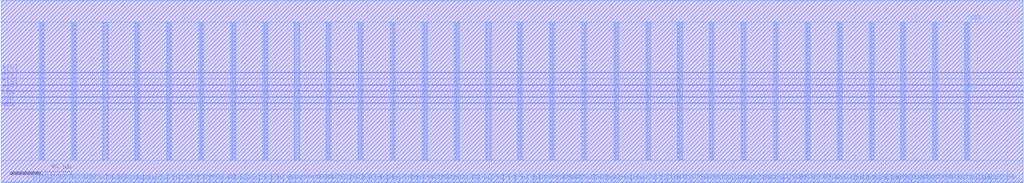
<source format=lef>
##
## LEF for PtnCells ;
## created by Innovus v15.23-s045_1 on Sun Mar  9 16:57:52 2025
##

VERSION 5.8 ;

BUSBITCHARS "[]" ;
DIVIDERCHAR "/" ;

MACRO sram_w16_out
  CLASS BLOCK ;
  SIZE 670.0000 BY 120.0000 ;
  FOREIGN sram_w16_out 0.0000 0.0000 ;
  ORIGIN 0 0 ;
  SYMMETRY X Y R90 ;
  PIN CLK
    DIRECTION INPUT ;
    USE SIGNAL ;
    PORT
      LAYER M3 ;
        RECT 0.0000 52.1500 0.5200 52.2500 ;
    END
  END CLK
  PIN D[159]
    DIRECTION INPUT ;
    USE SIGNAL ;
    PORT
      LAYER M4 ;
        RECT 652.8500 0.0000 652.9500 0.5200 ;
    END
  END D[159]
  PIN D[158]
    DIRECTION INPUT ;
    USE SIGNAL ;
    PORT
      LAYER M4 ;
        RECT 648.8500 0.0000 648.9500 0.5200 ;
    END
  END D[158]
  PIN D[157]
    DIRECTION INPUT ;
    USE SIGNAL ;
    PORT
      LAYER M4 ;
        RECT 644.8500 0.0000 644.9500 0.5200 ;
    END
  END D[157]
  PIN D[156]
    DIRECTION INPUT ;
    USE SIGNAL ;
    PORT
      LAYER M4 ;
        RECT 640.8500 0.0000 640.9500 0.5200 ;
    END
  END D[156]
  PIN D[155]
    DIRECTION INPUT ;
    USE SIGNAL ;
    PORT
      LAYER M4 ;
        RECT 636.8500 0.0000 636.9500 0.5200 ;
    END
  END D[155]
  PIN D[154]
    DIRECTION INPUT ;
    USE SIGNAL ;
    PORT
      LAYER M4 ;
        RECT 632.8500 0.0000 632.9500 0.5200 ;
    END
  END D[154]
  PIN D[153]
    DIRECTION INPUT ;
    USE SIGNAL ;
    PORT
      LAYER M4 ;
        RECT 628.8500 0.0000 628.9500 0.5200 ;
    END
  END D[153]
  PIN D[152]
    DIRECTION INPUT ;
    USE SIGNAL ;
    PORT
      LAYER M4 ;
        RECT 624.8500 0.0000 624.9500 0.5200 ;
    END
  END D[152]
  PIN D[151]
    DIRECTION INPUT ;
    USE SIGNAL ;
    PORT
      LAYER M4 ;
        RECT 620.8500 0.0000 620.9500 0.5200 ;
    END
  END D[151]
  PIN D[150]
    DIRECTION INPUT ;
    USE SIGNAL ;
    PORT
      LAYER M4 ;
        RECT 616.8500 0.0000 616.9500 0.5200 ;
    END
  END D[150]
  PIN D[149]
    DIRECTION INPUT ;
    USE SIGNAL ;
    PORT
      LAYER M4 ;
        RECT 612.8500 0.0000 612.9500 0.5200 ;
    END
  END D[149]
  PIN D[148]
    DIRECTION INPUT ;
    USE SIGNAL ;
    PORT
      LAYER M4 ;
        RECT 608.8500 0.0000 608.9500 0.5200 ;
    END
  END D[148]
  PIN D[147]
    DIRECTION INPUT ;
    USE SIGNAL ;
    PORT
      LAYER M4 ;
        RECT 604.8500 0.0000 604.9500 0.5200 ;
    END
  END D[147]
  PIN D[146]
    DIRECTION INPUT ;
    USE SIGNAL ;
    PORT
      LAYER M4 ;
        RECT 600.8500 0.0000 600.9500 0.5200 ;
    END
  END D[146]
  PIN D[145]
    DIRECTION INPUT ;
    USE SIGNAL ;
    PORT
      LAYER M4 ;
        RECT 596.8500 0.0000 596.9500 0.5200 ;
    END
  END D[145]
  PIN D[144]
    DIRECTION INPUT ;
    USE SIGNAL ;
    PORT
      LAYER M4 ;
        RECT 592.8500 0.0000 592.9500 0.5200 ;
    END
  END D[144]
  PIN D[143]
    DIRECTION INPUT ;
    USE SIGNAL ;
    PORT
      LAYER M4 ;
        RECT 588.8500 0.0000 588.9500 0.5200 ;
    END
  END D[143]
  PIN D[142]
    DIRECTION INPUT ;
    USE SIGNAL ;
    PORT
      LAYER M4 ;
        RECT 584.8500 0.0000 584.9500 0.5200 ;
    END
  END D[142]
  PIN D[141]
    DIRECTION INPUT ;
    USE SIGNAL ;
    PORT
      LAYER M4 ;
        RECT 580.8500 0.0000 580.9500 0.5200 ;
    END
  END D[141]
  PIN D[140]
    DIRECTION INPUT ;
    USE SIGNAL ;
    PORT
      LAYER M4 ;
        RECT 576.8500 0.0000 576.9500 0.5200 ;
    END
  END D[140]
  PIN D[139]
    DIRECTION INPUT ;
    USE SIGNAL ;
    PORT
      LAYER M4 ;
        RECT 572.8500 0.0000 572.9500 0.5200 ;
    END
  END D[139]
  PIN D[138]
    DIRECTION INPUT ;
    USE SIGNAL ;
    PORT
      LAYER M4 ;
        RECT 568.8500 0.0000 568.9500 0.5200 ;
    END
  END D[138]
  PIN D[137]
    DIRECTION INPUT ;
    USE SIGNAL ;
    PORT
      LAYER M4 ;
        RECT 564.8500 0.0000 564.9500 0.5200 ;
    END
  END D[137]
  PIN D[136]
    DIRECTION INPUT ;
    USE SIGNAL ;
    PORT
      LAYER M4 ;
        RECT 560.8500 0.0000 560.9500 0.5200 ;
    END
  END D[136]
  PIN D[135]
    DIRECTION INPUT ;
    USE SIGNAL ;
    PORT
      LAYER M4 ;
        RECT 556.8500 0.0000 556.9500 0.5200 ;
    END
  END D[135]
  PIN D[134]
    DIRECTION INPUT ;
    USE SIGNAL ;
    PORT
      LAYER M4 ;
        RECT 552.8500 0.0000 552.9500 0.5200 ;
    END
  END D[134]
  PIN D[133]
    DIRECTION INPUT ;
    USE SIGNAL ;
    PORT
      LAYER M4 ;
        RECT 548.8500 0.0000 548.9500 0.5200 ;
    END
  END D[133]
  PIN D[132]
    DIRECTION INPUT ;
    USE SIGNAL ;
    PORT
      LAYER M4 ;
        RECT 544.8500 0.0000 544.9500 0.5200 ;
    END
  END D[132]
  PIN D[131]
    DIRECTION INPUT ;
    USE SIGNAL ;
    PORT
      LAYER M4 ;
        RECT 540.8500 0.0000 540.9500 0.5200 ;
    END
  END D[131]
  PIN D[130]
    DIRECTION INPUT ;
    USE SIGNAL ;
    PORT
      LAYER M4 ;
        RECT 536.8500 0.0000 536.9500 0.5200 ;
    END
  END D[130]
  PIN D[129]
    DIRECTION INPUT ;
    USE SIGNAL ;
    PORT
      LAYER M4 ;
        RECT 532.8500 0.0000 532.9500 0.5200 ;
    END
  END D[129]
  PIN D[128]
    DIRECTION INPUT ;
    USE SIGNAL ;
    PORT
      LAYER M4 ;
        RECT 528.8500 0.0000 528.9500 0.5200 ;
    END
  END D[128]
  PIN D[127]
    DIRECTION INPUT ;
    USE SIGNAL ;
    PORT
      LAYER M4 ;
        RECT 524.8500 0.0000 524.9500 0.5200 ;
    END
  END D[127]
  PIN D[126]
    DIRECTION INPUT ;
    USE SIGNAL ;
    PORT
      LAYER M4 ;
        RECT 520.8500 0.0000 520.9500 0.5200 ;
    END
  END D[126]
  PIN D[125]
    DIRECTION INPUT ;
    USE SIGNAL ;
    PORT
      LAYER M4 ;
        RECT 516.8500 0.0000 516.9500 0.5200 ;
    END
  END D[125]
  PIN D[124]
    DIRECTION INPUT ;
    USE SIGNAL ;
    PORT
      LAYER M4 ;
        RECT 512.8500 0.0000 512.9500 0.5200 ;
    END
  END D[124]
  PIN D[123]
    DIRECTION INPUT ;
    USE SIGNAL ;
    PORT
      LAYER M4 ;
        RECT 508.8500 0.0000 508.9500 0.5200 ;
    END
  END D[123]
  PIN D[122]
    DIRECTION INPUT ;
    USE SIGNAL ;
    PORT
      LAYER M4 ;
        RECT 504.8500 0.0000 504.9500 0.5200 ;
    END
  END D[122]
  PIN D[121]
    DIRECTION INPUT ;
    USE SIGNAL ;
    PORT
      LAYER M4 ;
        RECT 500.8500 0.0000 500.9500 0.5200 ;
    END
  END D[121]
  PIN D[120]
    DIRECTION INPUT ;
    USE SIGNAL ;
    PORT
      LAYER M4 ;
        RECT 496.8500 0.0000 496.9500 0.5200 ;
    END
  END D[120]
  PIN D[119]
    DIRECTION INPUT ;
    USE SIGNAL ;
    PORT
      LAYER M4 ;
        RECT 492.8500 0.0000 492.9500 0.5200 ;
    END
  END D[119]
  PIN D[118]
    DIRECTION INPUT ;
    USE SIGNAL ;
    PORT
      LAYER M4 ;
        RECT 488.8500 0.0000 488.9500 0.5200 ;
    END
  END D[118]
  PIN D[117]
    DIRECTION INPUT ;
    USE SIGNAL ;
    PORT
      LAYER M4 ;
        RECT 484.8500 0.0000 484.9500 0.5200 ;
    END
  END D[117]
  PIN D[116]
    DIRECTION INPUT ;
    USE SIGNAL ;
    PORT
      LAYER M4 ;
        RECT 480.8500 0.0000 480.9500 0.5200 ;
    END
  END D[116]
  PIN D[115]
    DIRECTION INPUT ;
    USE SIGNAL ;
    PORT
      LAYER M4 ;
        RECT 476.8500 0.0000 476.9500 0.5200 ;
    END
  END D[115]
  PIN D[114]
    DIRECTION INPUT ;
    USE SIGNAL ;
    PORT
      LAYER M4 ;
        RECT 472.8500 0.0000 472.9500 0.5200 ;
    END
  END D[114]
  PIN D[113]
    DIRECTION INPUT ;
    USE SIGNAL ;
    PORT
      LAYER M4 ;
        RECT 468.8500 0.0000 468.9500 0.5200 ;
    END
  END D[113]
  PIN D[112]
    DIRECTION INPUT ;
    USE SIGNAL ;
    PORT
      LAYER M4 ;
        RECT 464.8500 0.0000 464.9500 0.5200 ;
    END
  END D[112]
  PIN D[111]
    DIRECTION INPUT ;
    USE SIGNAL ;
    PORT
      LAYER M4 ;
        RECT 460.8500 0.0000 460.9500 0.5200 ;
    END
  END D[111]
  PIN D[110]
    DIRECTION INPUT ;
    USE SIGNAL ;
    PORT
      LAYER M4 ;
        RECT 456.8500 0.0000 456.9500 0.5200 ;
    END
  END D[110]
  PIN D[109]
    DIRECTION INPUT ;
    USE SIGNAL ;
    PORT
      LAYER M4 ;
        RECT 452.8500 0.0000 452.9500 0.5200 ;
    END
  END D[109]
  PIN D[108]
    DIRECTION INPUT ;
    USE SIGNAL ;
    PORT
      LAYER M4 ;
        RECT 448.8500 0.0000 448.9500 0.5200 ;
    END
  END D[108]
  PIN D[107]
    DIRECTION INPUT ;
    USE SIGNAL ;
    PORT
      LAYER M4 ;
        RECT 444.8500 0.0000 444.9500 0.5200 ;
    END
  END D[107]
  PIN D[106]
    DIRECTION INPUT ;
    USE SIGNAL ;
    PORT
      LAYER M4 ;
        RECT 440.8500 0.0000 440.9500 0.5200 ;
    END
  END D[106]
  PIN D[105]
    DIRECTION INPUT ;
    USE SIGNAL ;
    PORT
      LAYER M4 ;
        RECT 436.8500 0.0000 436.9500 0.5200 ;
    END
  END D[105]
  PIN D[104]
    DIRECTION INPUT ;
    USE SIGNAL ;
    PORT
      LAYER M4 ;
        RECT 432.8500 0.0000 432.9500 0.5200 ;
    END
  END D[104]
  PIN D[103]
    DIRECTION INPUT ;
    USE SIGNAL ;
    PORT
      LAYER M4 ;
        RECT 428.8500 0.0000 428.9500 0.5200 ;
    END
  END D[103]
  PIN D[102]
    DIRECTION INPUT ;
    USE SIGNAL ;
    PORT
      LAYER M4 ;
        RECT 424.8500 0.0000 424.9500 0.5200 ;
    END
  END D[102]
  PIN D[101]
    DIRECTION INPUT ;
    USE SIGNAL ;
    PORT
      LAYER M4 ;
        RECT 420.8500 0.0000 420.9500 0.5200 ;
    END
  END D[101]
  PIN D[100]
    DIRECTION INPUT ;
    USE SIGNAL ;
    PORT
      LAYER M4 ;
        RECT 416.8500 0.0000 416.9500 0.5200 ;
    END
  END D[100]
  PIN D[99]
    DIRECTION INPUT ;
    USE SIGNAL ;
    PORT
      LAYER M4 ;
        RECT 412.8500 0.0000 412.9500 0.5200 ;
    END
  END D[99]
  PIN D[98]
    DIRECTION INPUT ;
    USE SIGNAL ;
    PORT
      LAYER M4 ;
        RECT 408.8500 0.0000 408.9500 0.5200 ;
    END
  END D[98]
  PIN D[97]
    DIRECTION INPUT ;
    USE SIGNAL ;
    PORT
      LAYER M4 ;
        RECT 404.8500 0.0000 404.9500 0.5200 ;
    END
  END D[97]
  PIN D[96]
    DIRECTION INPUT ;
    USE SIGNAL ;
    PORT
      LAYER M4 ;
        RECT 400.8500 0.0000 400.9500 0.5200 ;
    END
  END D[96]
  PIN D[95]
    DIRECTION INPUT ;
    USE SIGNAL ;
    PORT
      LAYER M4 ;
        RECT 396.8500 0.0000 396.9500 0.5200 ;
    END
  END D[95]
  PIN D[94]
    DIRECTION INPUT ;
    USE SIGNAL ;
    PORT
      LAYER M4 ;
        RECT 392.8500 0.0000 392.9500 0.5200 ;
    END
  END D[94]
  PIN D[93]
    DIRECTION INPUT ;
    USE SIGNAL ;
    PORT
      LAYER M4 ;
        RECT 388.8500 0.0000 388.9500 0.5200 ;
    END
  END D[93]
  PIN D[92]
    DIRECTION INPUT ;
    USE SIGNAL ;
    PORT
      LAYER M4 ;
        RECT 384.8500 0.0000 384.9500 0.5200 ;
    END
  END D[92]
  PIN D[91]
    DIRECTION INPUT ;
    USE SIGNAL ;
    PORT
      LAYER M4 ;
        RECT 380.8500 0.0000 380.9500 0.5200 ;
    END
  END D[91]
  PIN D[90]
    DIRECTION INPUT ;
    USE SIGNAL ;
    PORT
      LAYER M4 ;
        RECT 376.8500 0.0000 376.9500 0.5200 ;
    END
  END D[90]
  PIN D[89]
    DIRECTION INPUT ;
    USE SIGNAL ;
    PORT
      LAYER M4 ;
        RECT 372.8500 0.0000 372.9500 0.5200 ;
    END
  END D[89]
  PIN D[88]
    DIRECTION INPUT ;
    USE SIGNAL ;
    PORT
      LAYER M4 ;
        RECT 368.8500 0.0000 368.9500 0.5200 ;
    END
  END D[88]
  PIN D[87]
    DIRECTION INPUT ;
    USE SIGNAL ;
    PORT
      LAYER M4 ;
        RECT 364.8500 0.0000 364.9500 0.5200 ;
    END
  END D[87]
  PIN D[86]
    DIRECTION INPUT ;
    USE SIGNAL ;
    PORT
      LAYER M4 ;
        RECT 360.8500 0.0000 360.9500 0.5200 ;
    END
  END D[86]
  PIN D[85]
    DIRECTION INPUT ;
    USE SIGNAL ;
    PORT
      LAYER M4 ;
        RECT 356.8500 0.0000 356.9500 0.5200 ;
    END
  END D[85]
  PIN D[84]
    DIRECTION INPUT ;
    USE SIGNAL ;
    PORT
      LAYER M4 ;
        RECT 352.8500 0.0000 352.9500 0.5200 ;
    END
  END D[84]
  PIN D[83]
    DIRECTION INPUT ;
    USE SIGNAL ;
    PORT
      LAYER M4 ;
        RECT 348.8500 0.0000 348.9500 0.5200 ;
    END
  END D[83]
  PIN D[82]
    DIRECTION INPUT ;
    USE SIGNAL ;
    PORT
      LAYER M4 ;
        RECT 344.8500 0.0000 344.9500 0.5200 ;
    END
  END D[82]
  PIN D[81]
    DIRECTION INPUT ;
    USE SIGNAL ;
    PORT
      LAYER M4 ;
        RECT 340.8500 0.0000 340.9500 0.5200 ;
    END
  END D[81]
  PIN D[80]
    DIRECTION INPUT ;
    USE SIGNAL ;
    PORT
      LAYER M4 ;
        RECT 336.8500 0.0000 336.9500 0.5200 ;
    END
  END D[80]
  PIN D[79]
    DIRECTION INPUT ;
    USE SIGNAL ;
    PORT
      LAYER M4 ;
        RECT 332.8500 0.0000 332.9500 0.5200 ;
    END
  END D[79]
  PIN D[78]
    DIRECTION INPUT ;
    USE SIGNAL ;
    PORT
      LAYER M4 ;
        RECT 328.8500 0.0000 328.9500 0.5200 ;
    END
  END D[78]
  PIN D[77]
    DIRECTION INPUT ;
    USE SIGNAL ;
    PORT
      LAYER M4 ;
        RECT 324.8500 0.0000 324.9500 0.5200 ;
    END
  END D[77]
  PIN D[76]
    DIRECTION INPUT ;
    USE SIGNAL ;
    PORT
      LAYER M4 ;
        RECT 320.8500 0.0000 320.9500 0.5200 ;
    END
  END D[76]
  PIN D[75]
    DIRECTION INPUT ;
    USE SIGNAL ;
    PORT
      LAYER M4 ;
        RECT 316.8500 0.0000 316.9500 0.5200 ;
    END
  END D[75]
  PIN D[74]
    DIRECTION INPUT ;
    USE SIGNAL ;
    PORT
      LAYER M4 ;
        RECT 312.8500 0.0000 312.9500 0.5200 ;
    END
  END D[74]
  PIN D[73]
    DIRECTION INPUT ;
    USE SIGNAL ;
    PORT
      LAYER M4 ;
        RECT 308.8500 0.0000 308.9500 0.5200 ;
    END
  END D[73]
  PIN D[72]
    DIRECTION INPUT ;
    USE SIGNAL ;
    PORT
      LAYER M4 ;
        RECT 304.8500 0.0000 304.9500 0.5200 ;
    END
  END D[72]
  PIN D[71]
    DIRECTION INPUT ;
    USE SIGNAL ;
    PORT
      LAYER M4 ;
        RECT 300.8500 0.0000 300.9500 0.5200 ;
    END
  END D[71]
  PIN D[70]
    DIRECTION INPUT ;
    USE SIGNAL ;
    PORT
      LAYER M4 ;
        RECT 296.8500 0.0000 296.9500 0.5200 ;
    END
  END D[70]
  PIN D[69]
    DIRECTION INPUT ;
    USE SIGNAL ;
    PORT
      LAYER M4 ;
        RECT 292.8500 0.0000 292.9500 0.5200 ;
    END
  END D[69]
  PIN D[68]
    DIRECTION INPUT ;
    USE SIGNAL ;
    PORT
      LAYER M4 ;
        RECT 288.8500 0.0000 288.9500 0.5200 ;
    END
  END D[68]
  PIN D[67]
    DIRECTION INPUT ;
    USE SIGNAL ;
    PORT
      LAYER M4 ;
        RECT 284.8500 0.0000 284.9500 0.5200 ;
    END
  END D[67]
  PIN D[66]
    DIRECTION INPUT ;
    USE SIGNAL ;
    PORT
      LAYER M4 ;
        RECT 280.8500 0.0000 280.9500 0.5200 ;
    END
  END D[66]
  PIN D[65]
    DIRECTION INPUT ;
    USE SIGNAL ;
    PORT
      LAYER M4 ;
        RECT 276.8500 0.0000 276.9500 0.5200 ;
    END
  END D[65]
  PIN D[64]
    DIRECTION INPUT ;
    USE SIGNAL ;
    PORT
      LAYER M4 ;
        RECT 272.8500 0.0000 272.9500 0.5200 ;
    END
  END D[64]
  PIN D[63]
    DIRECTION INPUT ;
    USE SIGNAL ;
    PORT
      LAYER M4 ;
        RECT 268.8500 0.0000 268.9500 0.5200 ;
    END
  END D[63]
  PIN D[62]
    DIRECTION INPUT ;
    USE SIGNAL ;
    PORT
      LAYER M4 ;
        RECT 264.8500 0.0000 264.9500 0.5200 ;
    END
  END D[62]
  PIN D[61]
    DIRECTION INPUT ;
    USE SIGNAL ;
    PORT
      LAYER M4 ;
        RECT 260.8500 0.0000 260.9500 0.5200 ;
    END
  END D[61]
  PIN D[60]
    DIRECTION INPUT ;
    USE SIGNAL ;
    PORT
      LAYER M4 ;
        RECT 256.8500 0.0000 256.9500 0.5200 ;
    END
  END D[60]
  PIN D[59]
    DIRECTION INPUT ;
    USE SIGNAL ;
    PORT
      LAYER M4 ;
        RECT 252.8500 0.0000 252.9500 0.5200 ;
    END
  END D[59]
  PIN D[58]
    DIRECTION INPUT ;
    USE SIGNAL ;
    PORT
      LAYER M4 ;
        RECT 248.8500 0.0000 248.9500 0.5200 ;
    END
  END D[58]
  PIN D[57]
    DIRECTION INPUT ;
    USE SIGNAL ;
    PORT
      LAYER M4 ;
        RECT 244.8500 0.0000 244.9500 0.5200 ;
    END
  END D[57]
  PIN D[56]
    DIRECTION INPUT ;
    USE SIGNAL ;
    PORT
      LAYER M4 ;
        RECT 240.8500 0.0000 240.9500 0.5200 ;
    END
  END D[56]
  PIN D[55]
    DIRECTION INPUT ;
    USE SIGNAL ;
    PORT
      LAYER M4 ;
        RECT 236.8500 0.0000 236.9500 0.5200 ;
    END
  END D[55]
  PIN D[54]
    DIRECTION INPUT ;
    USE SIGNAL ;
    PORT
      LAYER M4 ;
        RECT 232.8500 0.0000 232.9500 0.5200 ;
    END
  END D[54]
  PIN D[53]
    DIRECTION INPUT ;
    USE SIGNAL ;
    PORT
      LAYER M4 ;
        RECT 228.8500 0.0000 228.9500 0.5200 ;
    END
  END D[53]
  PIN D[52]
    DIRECTION INPUT ;
    USE SIGNAL ;
    PORT
      LAYER M4 ;
        RECT 224.8500 0.0000 224.9500 0.5200 ;
    END
  END D[52]
  PIN D[51]
    DIRECTION INPUT ;
    USE SIGNAL ;
    PORT
      LAYER M4 ;
        RECT 220.8500 0.0000 220.9500 0.5200 ;
    END
  END D[51]
  PIN D[50]
    DIRECTION INPUT ;
    USE SIGNAL ;
    PORT
      LAYER M4 ;
        RECT 216.8500 0.0000 216.9500 0.5200 ;
    END
  END D[50]
  PIN D[49]
    DIRECTION INPUT ;
    USE SIGNAL ;
    PORT
      LAYER M4 ;
        RECT 212.8500 0.0000 212.9500 0.5200 ;
    END
  END D[49]
  PIN D[48]
    DIRECTION INPUT ;
    USE SIGNAL ;
    PORT
      LAYER M4 ;
        RECT 208.8500 0.0000 208.9500 0.5200 ;
    END
  END D[48]
  PIN D[47]
    DIRECTION INPUT ;
    USE SIGNAL ;
    PORT
      LAYER M4 ;
        RECT 204.8500 0.0000 204.9500 0.5200 ;
    END
  END D[47]
  PIN D[46]
    DIRECTION INPUT ;
    USE SIGNAL ;
    PORT
      LAYER M4 ;
        RECT 200.8500 0.0000 200.9500 0.5200 ;
    END
  END D[46]
  PIN D[45]
    DIRECTION INPUT ;
    USE SIGNAL ;
    PORT
      LAYER M4 ;
        RECT 196.8500 0.0000 196.9500 0.5200 ;
    END
  END D[45]
  PIN D[44]
    DIRECTION INPUT ;
    USE SIGNAL ;
    PORT
      LAYER M4 ;
        RECT 192.8500 0.0000 192.9500 0.5200 ;
    END
  END D[44]
  PIN D[43]
    DIRECTION INPUT ;
    USE SIGNAL ;
    PORT
      LAYER M4 ;
        RECT 188.8500 0.0000 188.9500 0.5200 ;
    END
  END D[43]
  PIN D[42]
    DIRECTION INPUT ;
    USE SIGNAL ;
    PORT
      LAYER M4 ;
        RECT 184.8500 0.0000 184.9500 0.5200 ;
    END
  END D[42]
  PIN D[41]
    DIRECTION INPUT ;
    USE SIGNAL ;
    PORT
      LAYER M4 ;
        RECT 180.8500 0.0000 180.9500 0.5200 ;
    END
  END D[41]
  PIN D[40]
    DIRECTION INPUT ;
    USE SIGNAL ;
    PORT
      LAYER M4 ;
        RECT 176.8500 0.0000 176.9500 0.5200 ;
    END
  END D[40]
  PIN D[39]
    DIRECTION INPUT ;
    USE SIGNAL ;
    PORT
      LAYER M4 ;
        RECT 172.8500 0.0000 172.9500 0.5200 ;
    END
  END D[39]
  PIN D[38]
    DIRECTION INPUT ;
    USE SIGNAL ;
    PORT
      LAYER M4 ;
        RECT 168.8500 0.0000 168.9500 0.5200 ;
    END
  END D[38]
  PIN D[37]
    DIRECTION INPUT ;
    USE SIGNAL ;
    PORT
      LAYER M4 ;
        RECT 164.8500 0.0000 164.9500 0.5200 ;
    END
  END D[37]
  PIN D[36]
    DIRECTION INPUT ;
    USE SIGNAL ;
    PORT
      LAYER M4 ;
        RECT 160.8500 0.0000 160.9500 0.5200 ;
    END
  END D[36]
  PIN D[35]
    DIRECTION INPUT ;
    USE SIGNAL ;
    PORT
      LAYER M4 ;
        RECT 156.8500 0.0000 156.9500 0.5200 ;
    END
  END D[35]
  PIN D[34]
    DIRECTION INPUT ;
    USE SIGNAL ;
    PORT
      LAYER M4 ;
        RECT 152.8500 0.0000 152.9500 0.5200 ;
    END
  END D[34]
  PIN D[33]
    DIRECTION INPUT ;
    USE SIGNAL ;
    PORT
      LAYER M4 ;
        RECT 148.8500 0.0000 148.9500 0.5200 ;
    END
  END D[33]
  PIN D[32]
    DIRECTION INPUT ;
    USE SIGNAL ;
    PORT
      LAYER M4 ;
        RECT 144.8500 0.0000 144.9500 0.5200 ;
    END
  END D[32]
  PIN D[31]
    DIRECTION INPUT ;
    USE SIGNAL ;
    PORT
      LAYER M4 ;
        RECT 140.8500 0.0000 140.9500 0.5200 ;
    END
  END D[31]
  PIN D[30]
    DIRECTION INPUT ;
    USE SIGNAL ;
    PORT
      LAYER M4 ;
        RECT 136.8500 0.0000 136.9500 0.5200 ;
    END
  END D[30]
  PIN D[29]
    DIRECTION INPUT ;
    USE SIGNAL ;
    PORT
      LAYER M4 ;
        RECT 132.8500 0.0000 132.9500 0.5200 ;
    END
  END D[29]
  PIN D[28]
    DIRECTION INPUT ;
    USE SIGNAL ;
    PORT
      LAYER M4 ;
        RECT 128.8500 0.0000 128.9500 0.5200 ;
    END
  END D[28]
  PIN D[27]
    DIRECTION INPUT ;
    USE SIGNAL ;
    PORT
      LAYER M4 ;
        RECT 124.8500 0.0000 124.9500 0.5200 ;
    END
  END D[27]
  PIN D[26]
    DIRECTION INPUT ;
    USE SIGNAL ;
    PORT
      LAYER M4 ;
        RECT 120.8500 0.0000 120.9500 0.5200 ;
    END
  END D[26]
  PIN D[25]
    DIRECTION INPUT ;
    USE SIGNAL ;
    PORT
      LAYER M4 ;
        RECT 116.8500 0.0000 116.9500 0.5200 ;
    END
  END D[25]
  PIN D[24]
    DIRECTION INPUT ;
    USE SIGNAL ;
    PORT
      LAYER M4 ;
        RECT 112.8500 0.0000 112.9500 0.5200 ;
    END
  END D[24]
  PIN D[23]
    DIRECTION INPUT ;
    USE SIGNAL ;
    PORT
      LAYER M4 ;
        RECT 108.8500 0.0000 108.9500 0.5200 ;
    END
  END D[23]
  PIN D[22]
    DIRECTION INPUT ;
    USE SIGNAL ;
    PORT
      LAYER M4 ;
        RECT 104.8500 0.0000 104.9500 0.5200 ;
    END
  END D[22]
  PIN D[21]
    DIRECTION INPUT ;
    USE SIGNAL ;
    PORT
      LAYER M4 ;
        RECT 100.8500 0.0000 100.9500 0.5200 ;
    END
  END D[21]
  PIN D[20]
    DIRECTION INPUT ;
    USE SIGNAL ;
    PORT
      LAYER M4 ;
        RECT 96.8500 0.0000 96.9500 0.5200 ;
    END
  END D[20]
  PIN D[19]
    DIRECTION INPUT ;
    USE SIGNAL ;
    PORT
      LAYER M4 ;
        RECT 92.8500 0.0000 92.9500 0.5200 ;
    END
  END D[19]
  PIN D[18]
    DIRECTION INPUT ;
    USE SIGNAL ;
    PORT
      LAYER M4 ;
        RECT 88.8500 0.0000 88.9500 0.5200 ;
    END
  END D[18]
  PIN D[17]
    DIRECTION INPUT ;
    USE SIGNAL ;
    PORT
      LAYER M4 ;
        RECT 84.8500 0.0000 84.9500 0.5200 ;
    END
  END D[17]
  PIN D[16]
    DIRECTION INPUT ;
    USE SIGNAL ;
    PORT
      LAYER M4 ;
        RECT 80.8500 0.0000 80.9500 0.5200 ;
    END
  END D[16]
  PIN D[15]
    DIRECTION INPUT ;
    USE SIGNAL ;
    PORT
      LAYER M4 ;
        RECT 76.8500 0.0000 76.9500 0.5200 ;
    END
  END D[15]
  PIN D[14]
    DIRECTION INPUT ;
    USE SIGNAL ;
    PORT
      LAYER M4 ;
        RECT 72.8500 0.0000 72.9500 0.5200 ;
    END
  END D[14]
  PIN D[13]
    DIRECTION INPUT ;
    USE SIGNAL ;
    PORT
      LAYER M4 ;
        RECT 68.8500 0.0000 68.9500 0.5200 ;
    END
  END D[13]
  PIN D[12]
    DIRECTION INPUT ;
    USE SIGNAL ;
    PORT
      LAYER M4 ;
        RECT 64.8500 0.0000 64.9500 0.5200 ;
    END
  END D[12]
  PIN D[11]
    DIRECTION INPUT ;
    USE SIGNAL ;
    PORT
      LAYER M4 ;
        RECT 60.8500 0.0000 60.9500 0.5200 ;
    END
  END D[11]
  PIN D[10]
    DIRECTION INPUT ;
    USE SIGNAL ;
    PORT
      LAYER M4 ;
        RECT 56.8500 0.0000 56.9500 0.5200 ;
    END
  END D[10]
  PIN D[9]
    DIRECTION INPUT ;
    USE SIGNAL ;
    PORT
      LAYER M4 ;
        RECT 52.8500 0.0000 52.9500 0.5200 ;
    END
  END D[9]
  PIN D[8]
    DIRECTION INPUT ;
    USE SIGNAL ;
    PORT
      LAYER M4 ;
        RECT 48.8500 0.0000 48.9500 0.5200 ;
    END
  END D[8]
  PIN D[7]
    DIRECTION INPUT ;
    USE SIGNAL ;
    PORT
      LAYER M4 ;
        RECT 44.8500 0.0000 44.9500 0.5200 ;
    END
  END D[7]
  PIN D[6]
    DIRECTION INPUT ;
    USE SIGNAL ;
    PORT
      LAYER M4 ;
        RECT 40.8500 0.0000 40.9500 0.5200 ;
    END
  END D[6]
  PIN D[5]
    DIRECTION INPUT ;
    USE SIGNAL ;
    PORT
      LAYER M4 ;
        RECT 36.8500 0.0000 36.9500 0.5200 ;
    END
  END D[5]
  PIN D[4]
    DIRECTION INPUT ;
    USE SIGNAL ;
    PORT
      LAYER M4 ;
        RECT 32.8500 0.0000 32.9500 0.5200 ;
    END
  END D[4]
  PIN D[3]
    DIRECTION INPUT ;
    USE SIGNAL ;
    PORT
      LAYER M4 ;
        RECT 28.8500 0.0000 28.9500 0.5200 ;
    END
  END D[3]
  PIN D[2]
    DIRECTION INPUT ;
    USE SIGNAL ;
    PORT
      LAYER M4 ;
        RECT 24.8500 0.0000 24.9500 0.5200 ;
    END
  END D[2]
  PIN D[1]
    DIRECTION INPUT ;
    USE SIGNAL ;
    PORT
      LAYER M4 ;
        RECT 20.8500 0.0000 20.9500 0.5200 ;
    END
  END D[1]
  PIN D[0]
    DIRECTION INPUT ;
    USE SIGNAL ;
    PORT
      LAYER M4 ;
        RECT 16.8500 0.0000 16.9500 0.5200 ;
    END
  END D[0]
  PIN Q[159]
    DIRECTION OUTPUT ;
    USE SIGNAL ;
    PORT
      LAYER M4 ;
        RECT 652.8500 119.4800 652.9500 120.0000 ;
    END
  END Q[159]
  PIN Q[158]
    DIRECTION OUTPUT ;
    USE SIGNAL ;
    PORT
      LAYER M4 ;
        RECT 648.8500 119.4800 648.9500 120.0000 ;
    END
  END Q[158]
  PIN Q[157]
    DIRECTION OUTPUT ;
    USE SIGNAL ;
    PORT
      LAYER M4 ;
        RECT 644.8500 119.4800 644.9500 120.0000 ;
    END
  END Q[157]
  PIN Q[156]
    DIRECTION OUTPUT ;
    USE SIGNAL ;
    PORT
      LAYER M4 ;
        RECT 640.8500 119.4800 640.9500 120.0000 ;
    END
  END Q[156]
  PIN Q[155]
    DIRECTION OUTPUT ;
    USE SIGNAL ;
    PORT
      LAYER M4 ;
        RECT 636.8500 119.4800 636.9500 120.0000 ;
    END
  END Q[155]
  PIN Q[154]
    DIRECTION OUTPUT ;
    USE SIGNAL ;
    PORT
      LAYER M4 ;
        RECT 632.8500 119.4800 632.9500 120.0000 ;
    END
  END Q[154]
  PIN Q[153]
    DIRECTION OUTPUT ;
    USE SIGNAL ;
    PORT
      LAYER M4 ;
        RECT 628.8500 119.4800 628.9500 120.0000 ;
    END
  END Q[153]
  PIN Q[152]
    DIRECTION OUTPUT ;
    USE SIGNAL ;
    PORT
      LAYER M4 ;
        RECT 624.8500 119.4800 624.9500 120.0000 ;
    END
  END Q[152]
  PIN Q[151]
    DIRECTION OUTPUT ;
    USE SIGNAL ;
    PORT
      LAYER M4 ;
        RECT 620.8500 119.4800 620.9500 120.0000 ;
    END
  END Q[151]
  PIN Q[150]
    DIRECTION OUTPUT ;
    USE SIGNAL ;
    PORT
      LAYER M4 ;
        RECT 616.8500 119.4800 616.9500 120.0000 ;
    END
  END Q[150]
  PIN Q[149]
    DIRECTION OUTPUT ;
    USE SIGNAL ;
    PORT
      LAYER M4 ;
        RECT 612.8500 119.4800 612.9500 120.0000 ;
    END
  END Q[149]
  PIN Q[148]
    DIRECTION OUTPUT ;
    USE SIGNAL ;
    PORT
      LAYER M4 ;
        RECT 608.8500 119.4800 608.9500 120.0000 ;
    END
  END Q[148]
  PIN Q[147]
    DIRECTION OUTPUT ;
    USE SIGNAL ;
    PORT
      LAYER M4 ;
        RECT 604.8500 119.4800 604.9500 120.0000 ;
    END
  END Q[147]
  PIN Q[146]
    DIRECTION OUTPUT ;
    USE SIGNAL ;
    PORT
      LAYER M4 ;
        RECT 600.8500 119.4800 600.9500 120.0000 ;
    END
  END Q[146]
  PIN Q[145]
    DIRECTION OUTPUT ;
    USE SIGNAL ;
    PORT
      LAYER M4 ;
        RECT 596.8500 119.4800 596.9500 120.0000 ;
    END
  END Q[145]
  PIN Q[144]
    DIRECTION OUTPUT ;
    USE SIGNAL ;
    PORT
      LAYER M4 ;
        RECT 592.8500 119.4800 592.9500 120.0000 ;
    END
  END Q[144]
  PIN Q[143]
    DIRECTION OUTPUT ;
    USE SIGNAL ;
    PORT
      LAYER M4 ;
        RECT 588.8500 119.4800 588.9500 120.0000 ;
    END
  END Q[143]
  PIN Q[142]
    DIRECTION OUTPUT ;
    USE SIGNAL ;
    PORT
      LAYER M4 ;
        RECT 584.8500 119.4800 584.9500 120.0000 ;
    END
  END Q[142]
  PIN Q[141]
    DIRECTION OUTPUT ;
    USE SIGNAL ;
    PORT
      LAYER M4 ;
        RECT 580.8500 119.4800 580.9500 120.0000 ;
    END
  END Q[141]
  PIN Q[140]
    DIRECTION OUTPUT ;
    USE SIGNAL ;
    PORT
      LAYER M4 ;
        RECT 576.8500 119.4800 576.9500 120.0000 ;
    END
  END Q[140]
  PIN Q[139]
    DIRECTION OUTPUT ;
    USE SIGNAL ;
    PORT
      LAYER M4 ;
        RECT 572.8500 119.4800 572.9500 120.0000 ;
    END
  END Q[139]
  PIN Q[138]
    DIRECTION OUTPUT ;
    USE SIGNAL ;
    PORT
      LAYER M4 ;
        RECT 568.8500 119.4800 568.9500 120.0000 ;
    END
  END Q[138]
  PIN Q[137]
    DIRECTION OUTPUT ;
    USE SIGNAL ;
    PORT
      LAYER M4 ;
        RECT 564.8500 119.4800 564.9500 120.0000 ;
    END
  END Q[137]
  PIN Q[136]
    DIRECTION OUTPUT ;
    USE SIGNAL ;
    PORT
      LAYER M4 ;
        RECT 560.8500 119.4800 560.9500 120.0000 ;
    END
  END Q[136]
  PIN Q[135]
    DIRECTION OUTPUT ;
    USE SIGNAL ;
    PORT
      LAYER M4 ;
        RECT 556.8500 119.4800 556.9500 120.0000 ;
    END
  END Q[135]
  PIN Q[134]
    DIRECTION OUTPUT ;
    USE SIGNAL ;
    PORT
      LAYER M4 ;
        RECT 552.8500 119.4800 552.9500 120.0000 ;
    END
  END Q[134]
  PIN Q[133]
    DIRECTION OUTPUT ;
    USE SIGNAL ;
    PORT
      LAYER M4 ;
        RECT 548.8500 119.4800 548.9500 120.0000 ;
    END
  END Q[133]
  PIN Q[132]
    DIRECTION OUTPUT ;
    USE SIGNAL ;
    PORT
      LAYER M4 ;
        RECT 544.8500 119.4800 544.9500 120.0000 ;
    END
  END Q[132]
  PIN Q[131]
    DIRECTION OUTPUT ;
    USE SIGNAL ;
    PORT
      LAYER M4 ;
        RECT 540.8500 119.4800 540.9500 120.0000 ;
    END
  END Q[131]
  PIN Q[130]
    DIRECTION OUTPUT ;
    USE SIGNAL ;
    PORT
      LAYER M4 ;
        RECT 536.8500 119.4800 536.9500 120.0000 ;
    END
  END Q[130]
  PIN Q[129]
    DIRECTION OUTPUT ;
    USE SIGNAL ;
    PORT
      LAYER M4 ;
        RECT 532.8500 119.4800 532.9500 120.0000 ;
    END
  END Q[129]
  PIN Q[128]
    DIRECTION OUTPUT ;
    USE SIGNAL ;
    PORT
      LAYER M4 ;
        RECT 528.8500 119.4800 528.9500 120.0000 ;
    END
  END Q[128]
  PIN Q[127]
    DIRECTION OUTPUT ;
    USE SIGNAL ;
    PORT
      LAYER M4 ;
        RECT 524.8500 119.4800 524.9500 120.0000 ;
    END
  END Q[127]
  PIN Q[126]
    DIRECTION OUTPUT ;
    USE SIGNAL ;
    PORT
      LAYER M4 ;
        RECT 520.8500 119.4800 520.9500 120.0000 ;
    END
  END Q[126]
  PIN Q[125]
    DIRECTION OUTPUT ;
    USE SIGNAL ;
    PORT
      LAYER M4 ;
        RECT 516.8500 119.4800 516.9500 120.0000 ;
    END
  END Q[125]
  PIN Q[124]
    DIRECTION OUTPUT ;
    USE SIGNAL ;
    PORT
      LAYER M4 ;
        RECT 512.8500 119.4800 512.9500 120.0000 ;
    END
  END Q[124]
  PIN Q[123]
    DIRECTION OUTPUT ;
    USE SIGNAL ;
    PORT
      LAYER M4 ;
        RECT 508.8500 119.4800 508.9500 120.0000 ;
    END
  END Q[123]
  PIN Q[122]
    DIRECTION OUTPUT ;
    USE SIGNAL ;
    PORT
      LAYER M4 ;
        RECT 504.8500 119.4800 504.9500 120.0000 ;
    END
  END Q[122]
  PIN Q[121]
    DIRECTION OUTPUT ;
    USE SIGNAL ;
    PORT
      LAYER M4 ;
        RECT 500.8500 119.4800 500.9500 120.0000 ;
    END
  END Q[121]
  PIN Q[120]
    DIRECTION OUTPUT ;
    USE SIGNAL ;
    PORT
      LAYER M4 ;
        RECT 496.8500 119.4800 496.9500 120.0000 ;
    END
  END Q[120]
  PIN Q[119]
    DIRECTION OUTPUT ;
    USE SIGNAL ;
    PORT
      LAYER M4 ;
        RECT 492.8500 119.4800 492.9500 120.0000 ;
    END
  END Q[119]
  PIN Q[118]
    DIRECTION OUTPUT ;
    USE SIGNAL ;
    PORT
      LAYER M4 ;
        RECT 488.8500 119.4800 488.9500 120.0000 ;
    END
  END Q[118]
  PIN Q[117]
    DIRECTION OUTPUT ;
    USE SIGNAL ;
    PORT
      LAYER M4 ;
        RECT 484.8500 119.4800 484.9500 120.0000 ;
    END
  END Q[117]
  PIN Q[116]
    DIRECTION OUTPUT ;
    USE SIGNAL ;
    PORT
      LAYER M4 ;
        RECT 480.8500 119.4800 480.9500 120.0000 ;
    END
  END Q[116]
  PIN Q[115]
    DIRECTION OUTPUT ;
    USE SIGNAL ;
    PORT
      LAYER M4 ;
        RECT 476.8500 119.4800 476.9500 120.0000 ;
    END
  END Q[115]
  PIN Q[114]
    DIRECTION OUTPUT ;
    USE SIGNAL ;
    PORT
      LAYER M4 ;
        RECT 472.8500 119.4800 472.9500 120.0000 ;
    END
  END Q[114]
  PIN Q[113]
    DIRECTION OUTPUT ;
    USE SIGNAL ;
    PORT
      LAYER M4 ;
        RECT 468.8500 119.4800 468.9500 120.0000 ;
    END
  END Q[113]
  PIN Q[112]
    DIRECTION OUTPUT ;
    USE SIGNAL ;
    PORT
      LAYER M4 ;
        RECT 464.8500 119.4800 464.9500 120.0000 ;
    END
  END Q[112]
  PIN Q[111]
    DIRECTION OUTPUT ;
    USE SIGNAL ;
    PORT
      LAYER M4 ;
        RECT 460.8500 119.4800 460.9500 120.0000 ;
    END
  END Q[111]
  PIN Q[110]
    DIRECTION OUTPUT ;
    USE SIGNAL ;
    PORT
      LAYER M4 ;
        RECT 456.8500 119.4800 456.9500 120.0000 ;
    END
  END Q[110]
  PIN Q[109]
    DIRECTION OUTPUT ;
    USE SIGNAL ;
    PORT
      LAYER M4 ;
        RECT 452.8500 119.4800 452.9500 120.0000 ;
    END
  END Q[109]
  PIN Q[108]
    DIRECTION OUTPUT ;
    USE SIGNAL ;
    PORT
      LAYER M4 ;
        RECT 448.8500 119.4800 448.9500 120.0000 ;
    END
  END Q[108]
  PIN Q[107]
    DIRECTION OUTPUT ;
    USE SIGNAL ;
    PORT
      LAYER M4 ;
        RECT 444.8500 119.4800 444.9500 120.0000 ;
    END
  END Q[107]
  PIN Q[106]
    DIRECTION OUTPUT ;
    USE SIGNAL ;
    PORT
      LAYER M4 ;
        RECT 440.8500 119.4800 440.9500 120.0000 ;
    END
  END Q[106]
  PIN Q[105]
    DIRECTION OUTPUT ;
    USE SIGNAL ;
    PORT
      LAYER M4 ;
        RECT 436.8500 119.4800 436.9500 120.0000 ;
    END
  END Q[105]
  PIN Q[104]
    DIRECTION OUTPUT ;
    USE SIGNAL ;
    PORT
      LAYER M4 ;
        RECT 432.8500 119.4800 432.9500 120.0000 ;
    END
  END Q[104]
  PIN Q[103]
    DIRECTION OUTPUT ;
    USE SIGNAL ;
    PORT
      LAYER M4 ;
        RECT 428.8500 119.4800 428.9500 120.0000 ;
    END
  END Q[103]
  PIN Q[102]
    DIRECTION OUTPUT ;
    USE SIGNAL ;
    PORT
      LAYER M4 ;
        RECT 424.8500 119.4800 424.9500 120.0000 ;
    END
  END Q[102]
  PIN Q[101]
    DIRECTION OUTPUT ;
    USE SIGNAL ;
    PORT
      LAYER M4 ;
        RECT 420.8500 119.4800 420.9500 120.0000 ;
    END
  END Q[101]
  PIN Q[100]
    DIRECTION OUTPUT ;
    USE SIGNAL ;
    PORT
      LAYER M4 ;
        RECT 416.8500 119.4800 416.9500 120.0000 ;
    END
  END Q[100]
  PIN Q[99]
    DIRECTION OUTPUT ;
    USE SIGNAL ;
    PORT
      LAYER M4 ;
        RECT 412.8500 119.4800 412.9500 120.0000 ;
    END
  END Q[99]
  PIN Q[98]
    DIRECTION OUTPUT ;
    USE SIGNAL ;
    PORT
      LAYER M4 ;
        RECT 408.8500 119.4800 408.9500 120.0000 ;
    END
  END Q[98]
  PIN Q[97]
    DIRECTION OUTPUT ;
    USE SIGNAL ;
    PORT
      LAYER M4 ;
        RECT 404.8500 119.4800 404.9500 120.0000 ;
    END
  END Q[97]
  PIN Q[96]
    DIRECTION OUTPUT ;
    USE SIGNAL ;
    PORT
      LAYER M4 ;
        RECT 400.8500 119.4800 400.9500 120.0000 ;
    END
  END Q[96]
  PIN Q[95]
    DIRECTION OUTPUT ;
    USE SIGNAL ;
    PORT
      LAYER M4 ;
        RECT 396.8500 119.4800 396.9500 120.0000 ;
    END
  END Q[95]
  PIN Q[94]
    DIRECTION OUTPUT ;
    USE SIGNAL ;
    PORT
      LAYER M4 ;
        RECT 392.8500 119.4800 392.9500 120.0000 ;
    END
  END Q[94]
  PIN Q[93]
    DIRECTION OUTPUT ;
    USE SIGNAL ;
    PORT
      LAYER M4 ;
        RECT 388.8500 119.4800 388.9500 120.0000 ;
    END
  END Q[93]
  PIN Q[92]
    DIRECTION OUTPUT ;
    USE SIGNAL ;
    PORT
      LAYER M4 ;
        RECT 384.8500 119.4800 384.9500 120.0000 ;
    END
  END Q[92]
  PIN Q[91]
    DIRECTION OUTPUT ;
    USE SIGNAL ;
    PORT
      LAYER M4 ;
        RECT 380.8500 119.4800 380.9500 120.0000 ;
    END
  END Q[91]
  PIN Q[90]
    DIRECTION OUTPUT ;
    USE SIGNAL ;
    PORT
      LAYER M4 ;
        RECT 376.8500 119.4800 376.9500 120.0000 ;
    END
  END Q[90]
  PIN Q[89]
    DIRECTION OUTPUT ;
    USE SIGNAL ;
    PORT
      LAYER M4 ;
        RECT 372.8500 119.4800 372.9500 120.0000 ;
    END
  END Q[89]
  PIN Q[88]
    DIRECTION OUTPUT ;
    USE SIGNAL ;
    PORT
      LAYER M4 ;
        RECT 368.8500 119.4800 368.9500 120.0000 ;
    END
  END Q[88]
  PIN Q[87]
    DIRECTION OUTPUT ;
    USE SIGNAL ;
    PORT
      LAYER M4 ;
        RECT 364.8500 119.4800 364.9500 120.0000 ;
    END
  END Q[87]
  PIN Q[86]
    DIRECTION OUTPUT ;
    USE SIGNAL ;
    PORT
      LAYER M4 ;
        RECT 360.8500 119.4800 360.9500 120.0000 ;
    END
  END Q[86]
  PIN Q[85]
    DIRECTION OUTPUT ;
    USE SIGNAL ;
    PORT
      LAYER M4 ;
        RECT 356.8500 119.4800 356.9500 120.0000 ;
    END
  END Q[85]
  PIN Q[84]
    DIRECTION OUTPUT ;
    USE SIGNAL ;
    PORT
      LAYER M4 ;
        RECT 352.8500 119.4800 352.9500 120.0000 ;
    END
  END Q[84]
  PIN Q[83]
    DIRECTION OUTPUT ;
    USE SIGNAL ;
    PORT
      LAYER M4 ;
        RECT 348.8500 119.4800 348.9500 120.0000 ;
    END
  END Q[83]
  PIN Q[82]
    DIRECTION OUTPUT ;
    USE SIGNAL ;
    PORT
      LAYER M4 ;
        RECT 344.8500 119.4800 344.9500 120.0000 ;
    END
  END Q[82]
  PIN Q[81]
    DIRECTION OUTPUT ;
    USE SIGNAL ;
    PORT
      LAYER M4 ;
        RECT 340.8500 119.4800 340.9500 120.0000 ;
    END
  END Q[81]
  PIN Q[80]
    DIRECTION OUTPUT ;
    USE SIGNAL ;
    PORT
      LAYER M4 ;
        RECT 336.8500 119.4800 336.9500 120.0000 ;
    END
  END Q[80]
  PIN Q[79]
    DIRECTION OUTPUT ;
    USE SIGNAL ;
    PORT
      LAYER M4 ;
        RECT 332.8500 119.4800 332.9500 120.0000 ;
    END
  END Q[79]
  PIN Q[78]
    DIRECTION OUTPUT ;
    USE SIGNAL ;
    PORT
      LAYER M4 ;
        RECT 328.8500 119.4800 328.9500 120.0000 ;
    END
  END Q[78]
  PIN Q[77]
    DIRECTION OUTPUT ;
    USE SIGNAL ;
    PORT
      LAYER M4 ;
        RECT 324.8500 119.4800 324.9500 120.0000 ;
    END
  END Q[77]
  PIN Q[76]
    DIRECTION OUTPUT ;
    USE SIGNAL ;
    PORT
      LAYER M4 ;
        RECT 320.8500 119.4800 320.9500 120.0000 ;
    END
  END Q[76]
  PIN Q[75]
    DIRECTION OUTPUT ;
    USE SIGNAL ;
    PORT
      LAYER M4 ;
        RECT 316.8500 119.4800 316.9500 120.0000 ;
    END
  END Q[75]
  PIN Q[74]
    DIRECTION OUTPUT ;
    USE SIGNAL ;
    PORT
      LAYER M4 ;
        RECT 312.8500 119.4800 312.9500 120.0000 ;
    END
  END Q[74]
  PIN Q[73]
    DIRECTION OUTPUT ;
    USE SIGNAL ;
    PORT
      LAYER M4 ;
        RECT 308.8500 119.4800 308.9500 120.0000 ;
    END
  END Q[73]
  PIN Q[72]
    DIRECTION OUTPUT ;
    USE SIGNAL ;
    PORT
      LAYER M4 ;
        RECT 304.8500 119.4800 304.9500 120.0000 ;
    END
  END Q[72]
  PIN Q[71]
    DIRECTION OUTPUT ;
    USE SIGNAL ;
    PORT
      LAYER M4 ;
        RECT 300.8500 119.4800 300.9500 120.0000 ;
    END
  END Q[71]
  PIN Q[70]
    DIRECTION OUTPUT ;
    USE SIGNAL ;
    PORT
      LAYER M4 ;
        RECT 296.8500 119.4800 296.9500 120.0000 ;
    END
  END Q[70]
  PIN Q[69]
    DIRECTION OUTPUT ;
    USE SIGNAL ;
    PORT
      LAYER M4 ;
        RECT 292.8500 119.4800 292.9500 120.0000 ;
    END
  END Q[69]
  PIN Q[68]
    DIRECTION OUTPUT ;
    USE SIGNAL ;
    PORT
      LAYER M4 ;
        RECT 288.8500 119.4800 288.9500 120.0000 ;
    END
  END Q[68]
  PIN Q[67]
    DIRECTION OUTPUT ;
    USE SIGNAL ;
    PORT
      LAYER M4 ;
        RECT 284.8500 119.4800 284.9500 120.0000 ;
    END
  END Q[67]
  PIN Q[66]
    DIRECTION OUTPUT ;
    USE SIGNAL ;
    PORT
      LAYER M4 ;
        RECT 280.8500 119.4800 280.9500 120.0000 ;
    END
  END Q[66]
  PIN Q[65]
    DIRECTION OUTPUT ;
    USE SIGNAL ;
    PORT
      LAYER M4 ;
        RECT 276.8500 119.4800 276.9500 120.0000 ;
    END
  END Q[65]
  PIN Q[64]
    DIRECTION OUTPUT ;
    USE SIGNAL ;
    PORT
      LAYER M4 ;
        RECT 272.8500 119.4800 272.9500 120.0000 ;
    END
  END Q[64]
  PIN Q[63]
    DIRECTION OUTPUT ;
    USE SIGNAL ;
    PORT
      LAYER M4 ;
        RECT 268.8500 119.4800 268.9500 120.0000 ;
    END
  END Q[63]
  PIN Q[62]
    DIRECTION OUTPUT ;
    USE SIGNAL ;
    PORT
      LAYER M4 ;
        RECT 264.8500 119.4800 264.9500 120.0000 ;
    END
  END Q[62]
  PIN Q[61]
    DIRECTION OUTPUT ;
    USE SIGNAL ;
    PORT
      LAYER M4 ;
        RECT 260.8500 119.4800 260.9500 120.0000 ;
    END
  END Q[61]
  PIN Q[60]
    DIRECTION OUTPUT ;
    USE SIGNAL ;
    PORT
      LAYER M4 ;
        RECT 256.8500 119.4800 256.9500 120.0000 ;
    END
  END Q[60]
  PIN Q[59]
    DIRECTION OUTPUT ;
    USE SIGNAL ;
    PORT
      LAYER M4 ;
        RECT 252.8500 119.4800 252.9500 120.0000 ;
    END
  END Q[59]
  PIN Q[58]
    DIRECTION OUTPUT ;
    USE SIGNAL ;
    PORT
      LAYER M4 ;
        RECT 248.8500 119.4800 248.9500 120.0000 ;
    END
  END Q[58]
  PIN Q[57]
    DIRECTION OUTPUT ;
    USE SIGNAL ;
    PORT
      LAYER M4 ;
        RECT 244.8500 119.4800 244.9500 120.0000 ;
    END
  END Q[57]
  PIN Q[56]
    DIRECTION OUTPUT ;
    USE SIGNAL ;
    PORT
      LAYER M4 ;
        RECT 240.8500 119.4800 240.9500 120.0000 ;
    END
  END Q[56]
  PIN Q[55]
    DIRECTION OUTPUT ;
    USE SIGNAL ;
    PORT
      LAYER M4 ;
        RECT 236.8500 119.4800 236.9500 120.0000 ;
    END
  END Q[55]
  PIN Q[54]
    DIRECTION OUTPUT ;
    USE SIGNAL ;
    PORT
      LAYER M4 ;
        RECT 232.8500 119.4800 232.9500 120.0000 ;
    END
  END Q[54]
  PIN Q[53]
    DIRECTION OUTPUT ;
    USE SIGNAL ;
    PORT
      LAYER M4 ;
        RECT 228.8500 119.4800 228.9500 120.0000 ;
    END
  END Q[53]
  PIN Q[52]
    DIRECTION OUTPUT ;
    USE SIGNAL ;
    PORT
      LAYER M4 ;
        RECT 224.8500 119.4800 224.9500 120.0000 ;
    END
  END Q[52]
  PIN Q[51]
    DIRECTION OUTPUT ;
    USE SIGNAL ;
    PORT
      LAYER M4 ;
        RECT 220.8500 119.4800 220.9500 120.0000 ;
    END
  END Q[51]
  PIN Q[50]
    DIRECTION OUTPUT ;
    USE SIGNAL ;
    PORT
      LAYER M4 ;
        RECT 216.8500 119.4800 216.9500 120.0000 ;
    END
  END Q[50]
  PIN Q[49]
    DIRECTION OUTPUT ;
    USE SIGNAL ;
    PORT
      LAYER M4 ;
        RECT 212.8500 119.4800 212.9500 120.0000 ;
    END
  END Q[49]
  PIN Q[48]
    DIRECTION OUTPUT ;
    USE SIGNAL ;
    PORT
      LAYER M4 ;
        RECT 208.8500 119.4800 208.9500 120.0000 ;
    END
  END Q[48]
  PIN Q[47]
    DIRECTION OUTPUT ;
    USE SIGNAL ;
    PORT
      LAYER M4 ;
        RECT 204.8500 119.4800 204.9500 120.0000 ;
    END
  END Q[47]
  PIN Q[46]
    DIRECTION OUTPUT ;
    USE SIGNAL ;
    PORT
      LAYER M4 ;
        RECT 200.8500 119.4800 200.9500 120.0000 ;
    END
  END Q[46]
  PIN Q[45]
    DIRECTION OUTPUT ;
    USE SIGNAL ;
    PORT
      LAYER M4 ;
        RECT 196.8500 119.4800 196.9500 120.0000 ;
    END
  END Q[45]
  PIN Q[44]
    DIRECTION OUTPUT ;
    USE SIGNAL ;
    PORT
      LAYER M4 ;
        RECT 192.8500 119.4800 192.9500 120.0000 ;
    END
  END Q[44]
  PIN Q[43]
    DIRECTION OUTPUT ;
    USE SIGNAL ;
    PORT
      LAYER M4 ;
        RECT 188.8500 119.4800 188.9500 120.0000 ;
    END
  END Q[43]
  PIN Q[42]
    DIRECTION OUTPUT ;
    USE SIGNAL ;
    PORT
      LAYER M4 ;
        RECT 184.8500 119.4800 184.9500 120.0000 ;
    END
  END Q[42]
  PIN Q[41]
    DIRECTION OUTPUT ;
    USE SIGNAL ;
    PORT
      LAYER M4 ;
        RECT 180.8500 119.4800 180.9500 120.0000 ;
    END
  END Q[41]
  PIN Q[40]
    DIRECTION OUTPUT ;
    USE SIGNAL ;
    PORT
      LAYER M4 ;
        RECT 176.8500 119.4800 176.9500 120.0000 ;
    END
  END Q[40]
  PIN Q[39]
    DIRECTION OUTPUT ;
    USE SIGNAL ;
    PORT
      LAYER M4 ;
        RECT 172.8500 119.4800 172.9500 120.0000 ;
    END
  END Q[39]
  PIN Q[38]
    DIRECTION OUTPUT ;
    USE SIGNAL ;
    PORT
      LAYER M4 ;
        RECT 168.8500 119.4800 168.9500 120.0000 ;
    END
  END Q[38]
  PIN Q[37]
    DIRECTION OUTPUT ;
    USE SIGNAL ;
    PORT
      LAYER M4 ;
        RECT 164.8500 119.4800 164.9500 120.0000 ;
    END
  END Q[37]
  PIN Q[36]
    DIRECTION OUTPUT ;
    USE SIGNAL ;
    PORT
      LAYER M4 ;
        RECT 160.8500 119.4800 160.9500 120.0000 ;
    END
  END Q[36]
  PIN Q[35]
    DIRECTION OUTPUT ;
    USE SIGNAL ;
    PORT
      LAYER M4 ;
        RECT 156.8500 119.4800 156.9500 120.0000 ;
    END
  END Q[35]
  PIN Q[34]
    DIRECTION OUTPUT ;
    USE SIGNAL ;
    PORT
      LAYER M4 ;
        RECT 152.8500 119.4800 152.9500 120.0000 ;
    END
  END Q[34]
  PIN Q[33]
    DIRECTION OUTPUT ;
    USE SIGNAL ;
    PORT
      LAYER M4 ;
        RECT 148.8500 119.4800 148.9500 120.0000 ;
    END
  END Q[33]
  PIN Q[32]
    DIRECTION OUTPUT ;
    USE SIGNAL ;
    PORT
      LAYER M4 ;
        RECT 144.8500 119.4800 144.9500 120.0000 ;
    END
  END Q[32]
  PIN Q[31]
    DIRECTION OUTPUT ;
    USE SIGNAL ;
    PORT
      LAYER M4 ;
        RECT 140.8500 119.4800 140.9500 120.0000 ;
    END
  END Q[31]
  PIN Q[30]
    DIRECTION OUTPUT ;
    USE SIGNAL ;
    PORT
      LAYER M4 ;
        RECT 136.8500 119.4800 136.9500 120.0000 ;
    END
  END Q[30]
  PIN Q[29]
    DIRECTION OUTPUT ;
    USE SIGNAL ;
    PORT
      LAYER M4 ;
        RECT 132.8500 119.4800 132.9500 120.0000 ;
    END
  END Q[29]
  PIN Q[28]
    DIRECTION OUTPUT ;
    USE SIGNAL ;
    PORT
      LAYER M4 ;
        RECT 128.8500 119.4800 128.9500 120.0000 ;
    END
  END Q[28]
  PIN Q[27]
    DIRECTION OUTPUT ;
    USE SIGNAL ;
    PORT
      LAYER M4 ;
        RECT 124.8500 119.4800 124.9500 120.0000 ;
    END
  END Q[27]
  PIN Q[26]
    DIRECTION OUTPUT ;
    USE SIGNAL ;
    PORT
      LAYER M4 ;
        RECT 120.8500 119.4800 120.9500 120.0000 ;
    END
  END Q[26]
  PIN Q[25]
    DIRECTION OUTPUT ;
    USE SIGNAL ;
    PORT
      LAYER M4 ;
        RECT 116.8500 119.4800 116.9500 120.0000 ;
    END
  END Q[25]
  PIN Q[24]
    DIRECTION OUTPUT ;
    USE SIGNAL ;
    PORT
      LAYER M4 ;
        RECT 112.8500 119.4800 112.9500 120.0000 ;
    END
  END Q[24]
  PIN Q[23]
    DIRECTION OUTPUT ;
    USE SIGNAL ;
    PORT
      LAYER M4 ;
        RECT 108.8500 119.4800 108.9500 120.0000 ;
    END
  END Q[23]
  PIN Q[22]
    DIRECTION OUTPUT ;
    USE SIGNAL ;
    PORT
      LAYER M4 ;
        RECT 104.8500 119.4800 104.9500 120.0000 ;
    END
  END Q[22]
  PIN Q[21]
    DIRECTION OUTPUT ;
    USE SIGNAL ;
    PORT
      LAYER M4 ;
        RECT 100.8500 119.4800 100.9500 120.0000 ;
    END
  END Q[21]
  PIN Q[20]
    DIRECTION OUTPUT ;
    USE SIGNAL ;
    PORT
      LAYER M4 ;
        RECT 96.8500 119.4800 96.9500 120.0000 ;
    END
  END Q[20]
  PIN Q[19]
    DIRECTION OUTPUT ;
    USE SIGNAL ;
    PORT
      LAYER M4 ;
        RECT 92.8500 119.4800 92.9500 120.0000 ;
    END
  END Q[19]
  PIN Q[18]
    DIRECTION OUTPUT ;
    USE SIGNAL ;
    PORT
      LAYER M4 ;
        RECT 88.8500 119.4800 88.9500 120.0000 ;
    END
  END Q[18]
  PIN Q[17]
    DIRECTION OUTPUT ;
    USE SIGNAL ;
    PORT
      LAYER M4 ;
        RECT 84.8500 119.4800 84.9500 120.0000 ;
    END
  END Q[17]
  PIN Q[16]
    DIRECTION OUTPUT ;
    USE SIGNAL ;
    PORT
      LAYER M4 ;
        RECT 80.8500 119.4800 80.9500 120.0000 ;
    END
  END Q[16]
  PIN Q[15]
    DIRECTION OUTPUT ;
    USE SIGNAL ;
    PORT
      LAYER M4 ;
        RECT 76.8500 119.4800 76.9500 120.0000 ;
    END
  END Q[15]
  PIN Q[14]
    DIRECTION OUTPUT ;
    USE SIGNAL ;
    PORT
      LAYER M4 ;
        RECT 72.8500 119.4800 72.9500 120.0000 ;
    END
  END Q[14]
  PIN Q[13]
    DIRECTION OUTPUT ;
    USE SIGNAL ;
    PORT
      LAYER M4 ;
        RECT 68.8500 119.4800 68.9500 120.0000 ;
    END
  END Q[13]
  PIN Q[12]
    DIRECTION OUTPUT ;
    USE SIGNAL ;
    PORT
      LAYER M4 ;
        RECT 64.8500 119.4800 64.9500 120.0000 ;
    END
  END Q[12]
  PIN Q[11]
    DIRECTION OUTPUT ;
    USE SIGNAL ;
    PORT
      LAYER M4 ;
        RECT 60.8500 119.4800 60.9500 120.0000 ;
    END
  END Q[11]
  PIN Q[10]
    DIRECTION OUTPUT ;
    USE SIGNAL ;
    PORT
      LAYER M4 ;
        RECT 56.8500 119.4800 56.9500 120.0000 ;
    END
  END Q[10]
  PIN Q[9]
    DIRECTION OUTPUT ;
    USE SIGNAL ;
    PORT
      LAYER M4 ;
        RECT 52.8500 119.4800 52.9500 120.0000 ;
    END
  END Q[9]
  PIN Q[8]
    DIRECTION OUTPUT ;
    USE SIGNAL ;
    PORT
      LAYER M4 ;
        RECT 48.8500 119.4800 48.9500 120.0000 ;
    END
  END Q[8]
  PIN Q[7]
    DIRECTION OUTPUT ;
    USE SIGNAL ;
    PORT
      LAYER M4 ;
        RECT 44.8500 119.4800 44.9500 120.0000 ;
    END
  END Q[7]
  PIN Q[6]
    DIRECTION OUTPUT ;
    USE SIGNAL ;
    PORT
      LAYER M4 ;
        RECT 40.8500 119.4800 40.9500 120.0000 ;
    END
  END Q[6]
  PIN Q[5]
    DIRECTION OUTPUT ;
    USE SIGNAL ;
    PORT
      LAYER M4 ;
        RECT 36.8500 119.4800 36.9500 120.0000 ;
    END
  END Q[5]
  PIN Q[4]
    DIRECTION OUTPUT ;
    USE SIGNAL ;
    PORT
      LAYER M4 ;
        RECT 32.8500 119.4800 32.9500 120.0000 ;
    END
  END Q[4]
  PIN Q[3]
    DIRECTION OUTPUT ;
    USE SIGNAL ;
    PORT
      LAYER M4 ;
        RECT 28.8500 119.4800 28.9500 120.0000 ;
    END
  END Q[3]
  PIN Q[2]
    DIRECTION OUTPUT ;
    USE SIGNAL ;
    PORT
      LAYER M4 ;
        RECT 24.8500 119.4800 24.9500 120.0000 ;
    END
  END Q[2]
  PIN Q[1]
    DIRECTION OUTPUT ;
    USE SIGNAL ;
    PORT
      LAYER M4 ;
        RECT 20.8500 119.4800 20.9500 120.0000 ;
    END
  END Q[1]
  PIN Q[0]
    DIRECTION OUTPUT ;
    USE SIGNAL ;
    PORT
      LAYER M4 ;
        RECT 16.8500 119.4800 16.9500 120.0000 ;
    END
  END Q[0]
  PIN CEN
    DIRECTION INPUT ;
    USE SIGNAL ;
    PORT
      LAYER M3 ;
        RECT 0.0000 56.1500 0.5200 56.2500 ;
    END
  END CEN
  PIN WEN
    DIRECTION INPUT ;
    USE SIGNAL ;
    PORT
      LAYER M3 ;
        RECT 0.0000 48.1500 0.5200 48.2500 ;
    END
  END WEN
  PIN A[3]
    DIRECTION INPUT ;
    USE SIGNAL ;
    PORT
      LAYER M3 ;
        RECT 0.0000 60.1500 0.5200 60.2500 ;
    END
  END A[3]
  PIN A[2]
    DIRECTION INPUT ;
    USE SIGNAL ;
    PORT
      LAYER M3 ;
        RECT 0.0000 64.1500 0.5200 64.2500 ;
    END
  END A[2]
  PIN A[1]
    DIRECTION INPUT ;
    USE SIGNAL ;
    PORT
      LAYER M3 ;
        RECT 0.0000 68.1500 0.5200 68.2500 ;
    END
  END A[1]
  PIN A[0]
    DIRECTION INPUT ;
    USE SIGNAL ;
    PORT
      LAYER M3 ;
        RECT 0.0000 72.1500 0.5200 72.2500 ;
    END
  END A[0]
  PIN VSS
    DIRECTION INOUT ;
    USE GROUND ;

# P/G power stripe data as pin
    PORT
      LAYER M4 ;
        RECT 25.0000 15.0000 26.0000 105.0000 ;
        RECT 45.9300 15.0000 46.9300 105.0000 ;
        RECT 66.8600 15.0000 67.8600 105.0000 ;
        RECT 108.7200 15.0000 109.7200 105.0000 ;
        RECT 87.7900 15.0000 88.7900 105.0000 ;
        RECT 150.5800 15.0000 151.5800 105.0000 ;
        RECT 129.6500 15.0000 130.6500 105.0000 ;
        RECT 192.4400 15.0000 193.4400 105.0000 ;
        RECT 171.5100 15.0000 172.5100 105.0000 ;
        RECT 234.3000 15.0000 235.3000 105.0000 ;
        RECT 213.3700 15.0000 214.3700 105.0000 ;
        RECT 276.1600 15.0000 277.1600 105.0000 ;
        RECT 255.2300 15.0000 256.2300 105.0000 ;
        RECT 318.0200 15.0000 319.0200 105.0000 ;
        RECT 297.0900 15.0000 298.0900 105.0000 ;
        RECT 359.8800 15.0000 360.8800 105.0000 ;
        RECT 338.9500 15.0000 339.9500 105.0000 ;
        RECT 401.7400 15.0000 402.7400 105.0000 ;
        RECT 380.8100 15.0000 381.8100 105.0000 ;
        RECT 443.6000 15.0000 444.6000 105.0000 ;
        RECT 422.6700 15.0000 423.6700 105.0000 ;
        RECT 485.4600 15.0000 486.4600 105.0000 ;
        RECT 464.5300 15.0000 465.5300 105.0000 ;
        RECT 527.3200 15.0000 528.3200 105.0000 ;
        RECT 506.3900 15.0000 507.3900 105.0000 ;
        RECT 569.1800 15.0000 570.1800 105.0000 ;
        RECT 548.2500 15.0000 549.2500 105.0000 ;
        RECT 590.1100 15.0000 591.1100 105.0000 ;
        RECT 611.0400 15.0000 612.0400 105.0000 ;
        RECT 631.9700 15.0000 632.9700 105.0000 ;
    END
# end of P/G power stripe data as pin

  END VSS
  PIN VDD
    DIRECTION INOUT ;
    USE POWER ;

# P/G power stripe data as pin
    PORT
      LAYER M4 ;
        RECT 68.8600 15.0000 69.8600 105.0000 ;
        RECT 47.9300 15.0000 48.9300 105.0000 ;
        RECT 27.0000 15.0000 28.0000 105.0000 ;
        RECT 89.7900 15.0000 90.7900 105.0000 ;
        RECT 110.7200 15.0000 111.7200 105.0000 ;
        RECT 131.6500 15.0000 132.6500 105.0000 ;
        RECT 152.5800 15.0000 153.5800 105.0000 ;
        RECT 173.5100 15.0000 174.5100 105.0000 ;
        RECT 194.4400 15.0000 195.4400 105.0000 ;
        RECT 215.3700 15.0000 216.3700 105.0000 ;
        RECT 236.3000 15.0000 237.3000 105.0000 ;
        RECT 257.2300 15.0000 258.2300 105.0000 ;
        RECT 278.1600 15.0000 279.1600 105.0000 ;
        RECT 299.0900 15.0000 300.0900 105.0000 ;
        RECT 320.0200 15.0000 321.0200 105.0000 ;
        RECT 340.9500 15.0000 341.9500 105.0000 ;
        RECT 361.8800 15.0000 362.8800 105.0000 ;
        RECT 382.8100 15.0000 383.8100 105.0000 ;
        RECT 403.7400 15.0000 404.7400 105.0000 ;
        RECT 424.6700 15.0000 425.6700 105.0000 ;
        RECT 445.6000 15.0000 446.6000 105.0000 ;
        RECT 466.5300 15.0000 467.5300 105.0000 ;
        RECT 487.4600 15.0000 488.4600 105.0000 ;
        RECT 508.3900 15.0000 509.3900 105.0000 ;
        RECT 529.3200 15.0000 530.3200 105.0000 ;
        RECT 550.2500 15.0000 551.2500 105.0000 ;
        RECT 571.1800 15.0000 572.1800 105.0000 ;
        RECT 633.9700 15.0000 634.9700 105.0000 ;
        RECT 613.0400 15.0000 614.0400 105.0000 ;
        RECT 592.1100 15.0000 593.1100 105.0000 ;
        RECT 27.0000 14.8350 28.0000 15.1650 ;
        RECT 47.9300 14.8350 48.9300 15.1650 ;
        RECT 68.8600 14.8350 69.8600 15.1650 ;
        RECT 89.7900 14.8350 90.7900 15.1650 ;
        RECT 110.7200 14.8350 111.7200 15.1650 ;
        RECT 131.6500 14.8350 132.6500 15.1650 ;
        RECT 152.5800 14.8350 153.5800 15.1650 ;
        RECT 173.5100 14.8350 174.5100 15.1650 ;
        RECT 194.4400 14.8350 195.4400 15.1650 ;
        RECT 215.3700 14.8350 216.3700 15.1650 ;
        RECT 236.3000 14.8350 237.3000 15.1650 ;
        RECT 257.2300 14.8350 258.2300 15.1650 ;
        RECT 278.1600 14.8350 279.1600 15.1650 ;
        RECT 299.0900 14.8350 300.0900 15.1650 ;
        RECT 320.0200 14.8350 321.0200 15.1650 ;
        RECT 340.9500 14.8350 341.9500 15.1650 ;
        RECT 361.8800 14.8350 362.8800 15.1650 ;
        RECT 382.8100 14.8350 383.8100 15.1650 ;
        RECT 403.7400 14.8350 404.7400 15.1650 ;
        RECT 424.6700 14.8350 425.6700 15.1650 ;
        RECT 445.6000 14.8350 446.6000 15.1650 ;
        RECT 466.5300 14.8350 467.5300 15.1650 ;
        RECT 487.4600 14.8350 488.4600 15.1650 ;
        RECT 508.3900 14.8350 509.3900 15.1650 ;
        RECT 529.3200 14.8350 530.3200 15.1650 ;
        RECT 550.2500 14.8350 551.2500 15.1650 ;
        RECT 571.1800 14.8350 572.1800 15.1650 ;
        RECT 592.1100 14.8350 593.1100 15.1650 ;
        RECT 613.0400 14.8350 614.0400 15.1650 ;
        RECT 633.9700 14.8350 634.9700 15.1650 ;
        RECT 27.0000 104.8350 28.0000 105.1650 ;
        RECT 47.9300 104.8350 48.9300 105.1650 ;
        RECT 68.8600 104.8350 69.8600 105.1650 ;
        RECT 89.7900 104.8350 90.7900 105.1650 ;
        RECT 110.7200 104.8350 111.7200 105.1650 ;
        RECT 131.6500 104.8350 132.6500 105.1650 ;
        RECT 152.5800 104.8350 153.5800 105.1650 ;
        RECT 173.5100 104.8350 174.5100 105.1650 ;
        RECT 194.4400 104.8350 195.4400 105.1650 ;
        RECT 215.3700 104.8350 216.3700 105.1650 ;
        RECT 236.3000 104.8350 237.3000 105.1650 ;
        RECT 257.2300 104.8350 258.2300 105.1650 ;
        RECT 278.1600 104.8350 279.1600 105.1650 ;
        RECT 299.0900 104.8350 300.0900 105.1650 ;
        RECT 320.0200 104.8350 321.0200 105.1650 ;
        RECT 340.9500 104.8350 341.9500 105.1650 ;
        RECT 361.8800 104.8350 362.8800 105.1650 ;
        RECT 382.8100 104.8350 383.8100 105.1650 ;
        RECT 403.7400 104.8350 404.7400 105.1650 ;
        RECT 424.6700 104.8350 425.6700 105.1650 ;
        RECT 445.6000 104.8350 446.6000 105.1650 ;
        RECT 466.5300 104.8350 467.5300 105.1650 ;
        RECT 487.4600 104.8350 488.4600 105.1650 ;
        RECT 508.3900 104.8350 509.3900 105.1650 ;
        RECT 529.3200 104.8350 530.3200 105.1650 ;
        RECT 550.2500 104.8350 551.2500 105.1650 ;
        RECT 571.1800 104.8350 572.1800 105.1650 ;
        RECT 592.1100 104.8350 593.1100 105.1650 ;
        RECT 613.0400 104.8350 614.0400 105.1650 ;
        RECT 633.9700 104.8350 634.9700 105.1650 ;
    END
# end of P/G power stripe data as pin

  END VDD
  OBS
    LAYER M1 ;
      RECT 0.0000 0.0000 670.0000 120.0000 ;
    LAYER M2 ;
      RECT 0.0000 0.0000 670.0000 120.0000 ;
    LAYER M3 ;
      RECT 0.0000 72.3500 670.0000 120.0000 ;
      RECT 0.6200 72.0500 670.0000 72.3500 ;
      RECT 0.0000 68.3500 670.0000 72.0500 ;
      RECT 0.6200 68.0500 670.0000 68.3500 ;
      RECT 0.0000 64.3500 670.0000 68.0500 ;
      RECT 0.6200 64.0500 670.0000 64.3500 ;
      RECT 0.0000 60.3500 670.0000 64.0500 ;
      RECT 0.6200 60.0500 670.0000 60.3500 ;
      RECT 0.0000 56.3500 670.0000 60.0500 ;
      RECT 0.6200 56.0500 670.0000 56.3500 ;
      RECT 0.0000 52.3500 670.0000 56.0500 ;
      RECT 0.6200 52.0500 670.0000 52.3500 ;
      RECT 0.0000 48.3500 670.0000 52.0500 ;
      RECT 0.6200 48.0500 670.0000 48.3500 ;
      RECT 0.0000 0.0000 670.0000 48.0500 ;
    LAYER M4 ;
      RECT 653.0500 119.3800 670.0000 120.0000 ;
      RECT 649.0500 119.3800 652.7500 120.0000 ;
      RECT 645.0500 119.3800 648.7500 120.0000 ;
      RECT 641.0500 119.3800 644.7500 120.0000 ;
      RECT 637.0500 119.3800 640.7500 120.0000 ;
      RECT 633.0500 119.3800 636.7500 120.0000 ;
      RECT 629.0500 119.3800 632.7500 120.0000 ;
      RECT 625.0500 119.3800 628.7500 120.0000 ;
      RECT 621.0500 119.3800 624.7500 120.0000 ;
      RECT 617.0500 119.3800 620.7500 120.0000 ;
      RECT 613.0500 119.3800 616.7500 120.0000 ;
      RECT 609.0500 119.3800 612.7500 120.0000 ;
      RECT 605.0500 119.3800 608.7500 120.0000 ;
      RECT 601.0500 119.3800 604.7500 120.0000 ;
      RECT 597.0500 119.3800 600.7500 120.0000 ;
      RECT 593.0500 119.3800 596.7500 120.0000 ;
      RECT 589.0500 119.3800 592.7500 120.0000 ;
      RECT 585.0500 119.3800 588.7500 120.0000 ;
      RECT 581.0500 119.3800 584.7500 120.0000 ;
      RECT 577.0500 119.3800 580.7500 120.0000 ;
      RECT 573.0500 119.3800 576.7500 120.0000 ;
      RECT 569.0500 119.3800 572.7500 120.0000 ;
      RECT 565.0500 119.3800 568.7500 120.0000 ;
      RECT 561.0500 119.3800 564.7500 120.0000 ;
      RECT 557.0500 119.3800 560.7500 120.0000 ;
      RECT 553.0500 119.3800 556.7500 120.0000 ;
      RECT 549.0500 119.3800 552.7500 120.0000 ;
      RECT 545.0500 119.3800 548.7500 120.0000 ;
      RECT 541.0500 119.3800 544.7500 120.0000 ;
      RECT 537.0500 119.3800 540.7500 120.0000 ;
      RECT 533.0500 119.3800 536.7500 120.0000 ;
      RECT 529.0500 119.3800 532.7500 120.0000 ;
      RECT 525.0500 119.3800 528.7500 120.0000 ;
      RECT 521.0500 119.3800 524.7500 120.0000 ;
      RECT 517.0500 119.3800 520.7500 120.0000 ;
      RECT 513.0500 119.3800 516.7500 120.0000 ;
      RECT 509.0500 119.3800 512.7500 120.0000 ;
      RECT 505.0500 119.3800 508.7500 120.0000 ;
      RECT 501.0500 119.3800 504.7500 120.0000 ;
      RECT 497.0500 119.3800 500.7500 120.0000 ;
      RECT 493.0500 119.3800 496.7500 120.0000 ;
      RECT 489.0500 119.3800 492.7500 120.0000 ;
      RECT 485.0500 119.3800 488.7500 120.0000 ;
      RECT 481.0500 119.3800 484.7500 120.0000 ;
      RECT 477.0500 119.3800 480.7500 120.0000 ;
      RECT 473.0500 119.3800 476.7500 120.0000 ;
      RECT 469.0500 119.3800 472.7500 120.0000 ;
      RECT 465.0500 119.3800 468.7500 120.0000 ;
      RECT 461.0500 119.3800 464.7500 120.0000 ;
      RECT 457.0500 119.3800 460.7500 120.0000 ;
      RECT 453.0500 119.3800 456.7500 120.0000 ;
      RECT 449.0500 119.3800 452.7500 120.0000 ;
      RECT 445.0500 119.3800 448.7500 120.0000 ;
      RECT 441.0500 119.3800 444.7500 120.0000 ;
      RECT 437.0500 119.3800 440.7500 120.0000 ;
      RECT 433.0500 119.3800 436.7500 120.0000 ;
      RECT 429.0500 119.3800 432.7500 120.0000 ;
      RECT 425.0500 119.3800 428.7500 120.0000 ;
      RECT 421.0500 119.3800 424.7500 120.0000 ;
      RECT 417.0500 119.3800 420.7500 120.0000 ;
      RECT 413.0500 119.3800 416.7500 120.0000 ;
      RECT 409.0500 119.3800 412.7500 120.0000 ;
      RECT 405.0500 119.3800 408.7500 120.0000 ;
      RECT 401.0500 119.3800 404.7500 120.0000 ;
      RECT 397.0500 119.3800 400.7500 120.0000 ;
      RECT 393.0500 119.3800 396.7500 120.0000 ;
      RECT 389.0500 119.3800 392.7500 120.0000 ;
      RECT 385.0500 119.3800 388.7500 120.0000 ;
      RECT 381.0500 119.3800 384.7500 120.0000 ;
      RECT 377.0500 119.3800 380.7500 120.0000 ;
      RECT 373.0500 119.3800 376.7500 120.0000 ;
      RECT 369.0500 119.3800 372.7500 120.0000 ;
      RECT 365.0500 119.3800 368.7500 120.0000 ;
      RECT 361.0500 119.3800 364.7500 120.0000 ;
      RECT 357.0500 119.3800 360.7500 120.0000 ;
      RECT 353.0500 119.3800 356.7500 120.0000 ;
      RECT 349.0500 119.3800 352.7500 120.0000 ;
      RECT 345.0500 119.3800 348.7500 120.0000 ;
      RECT 341.0500 119.3800 344.7500 120.0000 ;
      RECT 337.0500 119.3800 340.7500 120.0000 ;
      RECT 333.0500 119.3800 336.7500 120.0000 ;
      RECT 329.0500 119.3800 332.7500 120.0000 ;
      RECT 325.0500 119.3800 328.7500 120.0000 ;
      RECT 321.0500 119.3800 324.7500 120.0000 ;
      RECT 317.0500 119.3800 320.7500 120.0000 ;
      RECT 313.0500 119.3800 316.7500 120.0000 ;
      RECT 309.0500 119.3800 312.7500 120.0000 ;
      RECT 305.0500 119.3800 308.7500 120.0000 ;
      RECT 301.0500 119.3800 304.7500 120.0000 ;
      RECT 297.0500 119.3800 300.7500 120.0000 ;
      RECT 293.0500 119.3800 296.7500 120.0000 ;
      RECT 289.0500 119.3800 292.7500 120.0000 ;
      RECT 285.0500 119.3800 288.7500 120.0000 ;
      RECT 281.0500 119.3800 284.7500 120.0000 ;
      RECT 277.0500 119.3800 280.7500 120.0000 ;
      RECT 273.0500 119.3800 276.7500 120.0000 ;
      RECT 269.0500 119.3800 272.7500 120.0000 ;
      RECT 265.0500 119.3800 268.7500 120.0000 ;
      RECT 261.0500 119.3800 264.7500 120.0000 ;
      RECT 257.0500 119.3800 260.7500 120.0000 ;
      RECT 253.0500 119.3800 256.7500 120.0000 ;
      RECT 249.0500 119.3800 252.7500 120.0000 ;
      RECT 245.0500 119.3800 248.7500 120.0000 ;
      RECT 241.0500 119.3800 244.7500 120.0000 ;
      RECT 237.0500 119.3800 240.7500 120.0000 ;
      RECT 233.0500 119.3800 236.7500 120.0000 ;
      RECT 229.0500 119.3800 232.7500 120.0000 ;
      RECT 225.0500 119.3800 228.7500 120.0000 ;
      RECT 221.0500 119.3800 224.7500 120.0000 ;
      RECT 217.0500 119.3800 220.7500 120.0000 ;
      RECT 213.0500 119.3800 216.7500 120.0000 ;
      RECT 209.0500 119.3800 212.7500 120.0000 ;
      RECT 205.0500 119.3800 208.7500 120.0000 ;
      RECT 201.0500 119.3800 204.7500 120.0000 ;
      RECT 197.0500 119.3800 200.7500 120.0000 ;
      RECT 193.0500 119.3800 196.7500 120.0000 ;
      RECT 189.0500 119.3800 192.7500 120.0000 ;
      RECT 185.0500 119.3800 188.7500 120.0000 ;
      RECT 181.0500 119.3800 184.7500 120.0000 ;
      RECT 177.0500 119.3800 180.7500 120.0000 ;
      RECT 173.0500 119.3800 176.7500 120.0000 ;
      RECT 169.0500 119.3800 172.7500 120.0000 ;
      RECT 165.0500 119.3800 168.7500 120.0000 ;
      RECT 161.0500 119.3800 164.7500 120.0000 ;
      RECT 157.0500 119.3800 160.7500 120.0000 ;
      RECT 153.0500 119.3800 156.7500 120.0000 ;
      RECT 149.0500 119.3800 152.7500 120.0000 ;
      RECT 145.0500 119.3800 148.7500 120.0000 ;
      RECT 141.0500 119.3800 144.7500 120.0000 ;
      RECT 137.0500 119.3800 140.7500 120.0000 ;
      RECT 133.0500 119.3800 136.7500 120.0000 ;
      RECT 129.0500 119.3800 132.7500 120.0000 ;
      RECT 125.0500 119.3800 128.7500 120.0000 ;
      RECT 121.0500 119.3800 124.7500 120.0000 ;
      RECT 117.0500 119.3800 120.7500 120.0000 ;
      RECT 113.0500 119.3800 116.7500 120.0000 ;
      RECT 109.0500 119.3800 112.7500 120.0000 ;
      RECT 105.0500 119.3800 108.7500 120.0000 ;
      RECT 101.0500 119.3800 104.7500 120.0000 ;
      RECT 97.0500 119.3800 100.7500 120.0000 ;
      RECT 93.0500 119.3800 96.7500 120.0000 ;
      RECT 89.0500 119.3800 92.7500 120.0000 ;
      RECT 85.0500 119.3800 88.7500 120.0000 ;
      RECT 81.0500 119.3800 84.7500 120.0000 ;
      RECT 77.0500 119.3800 80.7500 120.0000 ;
      RECT 73.0500 119.3800 76.7500 120.0000 ;
      RECT 69.0500 119.3800 72.7500 120.0000 ;
      RECT 65.0500 119.3800 68.7500 120.0000 ;
      RECT 61.0500 119.3800 64.7500 120.0000 ;
      RECT 57.0500 119.3800 60.7500 120.0000 ;
      RECT 53.0500 119.3800 56.7500 120.0000 ;
      RECT 49.0500 119.3800 52.7500 120.0000 ;
      RECT 45.0500 119.3800 48.7500 120.0000 ;
      RECT 41.0500 119.3800 44.7500 120.0000 ;
      RECT 37.0500 119.3800 40.7500 120.0000 ;
      RECT 33.0500 119.3800 36.7500 120.0000 ;
      RECT 29.0500 119.3800 32.7500 120.0000 ;
      RECT 25.0500 119.3800 28.7500 120.0000 ;
      RECT 21.0500 119.3800 24.7500 120.0000 ;
      RECT 17.0500 119.3800 20.7500 120.0000 ;
      RECT 0.0000 119.3800 16.7500 120.0000 ;
      RECT 0.0000 105.3250 670.0000 119.3800 ;
      RECT 614.2000 105.1600 633.8100 105.3250 ;
      RECT 593.2700 105.1600 612.8800 105.3250 ;
      RECT 572.3400 105.1600 591.9500 105.3250 ;
      RECT 551.4100 105.1600 571.0200 105.3250 ;
      RECT 530.4800 105.1600 550.0900 105.3250 ;
      RECT 509.5500 105.1600 529.1600 105.3250 ;
      RECT 488.6200 105.1600 508.2300 105.3250 ;
      RECT 467.6900 105.1600 487.3000 105.3250 ;
      RECT 446.7600 105.1600 466.3700 105.3250 ;
      RECT 425.8300 105.1600 445.4400 105.3250 ;
      RECT 404.9000 105.1600 424.5100 105.3250 ;
      RECT 383.9700 105.1600 403.5800 105.3250 ;
      RECT 363.0400 105.1600 382.6500 105.3250 ;
      RECT 342.1100 105.1600 361.7200 105.3250 ;
      RECT 321.1800 105.1600 340.7900 105.3250 ;
      RECT 300.2500 105.1600 319.8600 105.3250 ;
      RECT 279.3200 105.1600 298.9300 105.3250 ;
      RECT 258.3900 105.1600 278.0000 105.3250 ;
      RECT 237.4600 105.1600 257.0700 105.3250 ;
      RECT 216.5300 105.1600 236.1400 105.3250 ;
      RECT 195.6000 105.1600 215.2100 105.3250 ;
      RECT 174.6700 105.1600 194.2800 105.3250 ;
      RECT 153.7400 105.1600 173.3500 105.3250 ;
      RECT 132.8100 105.1600 152.4200 105.3250 ;
      RECT 111.8800 105.1600 131.4900 105.3250 ;
      RECT 90.9500 105.1600 110.5600 105.3250 ;
      RECT 70.0200 105.1600 89.6300 105.3250 ;
      RECT 49.0900 105.1600 68.7000 105.3250 ;
      RECT 28.1600 105.1600 47.7700 105.3250 ;
      RECT 0.0000 105.1600 26.8400 105.3250 ;
      RECT 633.1300 14.8400 633.8100 105.1600 ;
      RECT 614.2000 14.8400 631.8100 105.1600 ;
      RECT 612.2000 14.8400 612.8800 105.1600 ;
      RECT 593.2700 14.8400 610.8800 105.1600 ;
      RECT 591.2700 14.8400 591.9500 105.1600 ;
      RECT 572.3400 14.8400 589.9500 105.1600 ;
      RECT 570.3400 14.8400 571.0200 105.1600 ;
      RECT 551.4100 14.8400 569.0200 105.1600 ;
      RECT 549.4100 14.8400 550.0900 105.1600 ;
      RECT 530.4800 14.8400 548.0900 105.1600 ;
      RECT 528.4800 14.8400 529.1600 105.1600 ;
      RECT 509.5500 14.8400 527.1600 105.1600 ;
      RECT 507.5500 14.8400 508.2300 105.1600 ;
      RECT 488.6200 14.8400 506.2300 105.1600 ;
      RECT 486.6200 14.8400 487.3000 105.1600 ;
      RECT 467.6900 14.8400 485.3000 105.1600 ;
      RECT 465.6900 14.8400 466.3700 105.1600 ;
      RECT 446.7600 14.8400 464.3700 105.1600 ;
      RECT 444.7600 14.8400 445.4400 105.1600 ;
      RECT 425.8300 14.8400 443.4400 105.1600 ;
      RECT 423.8300 14.8400 424.5100 105.1600 ;
      RECT 404.9000 14.8400 422.5100 105.1600 ;
      RECT 402.9000 14.8400 403.5800 105.1600 ;
      RECT 383.9700 14.8400 401.5800 105.1600 ;
      RECT 381.9700 14.8400 382.6500 105.1600 ;
      RECT 363.0400 14.8400 380.6500 105.1600 ;
      RECT 361.0400 14.8400 361.7200 105.1600 ;
      RECT 342.1100 14.8400 359.7200 105.1600 ;
      RECT 340.1100 14.8400 340.7900 105.1600 ;
      RECT 321.1800 14.8400 338.7900 105.1600 ;
      RECT 319.1800 14.8400 319.8600 105.1600 ;
      RECT 300.2500 14.8400 317.8600 105.1600 ;
      RECT 298.2500 14.8400 298.9300 105.1600 ;
      RECT 279.3200 14.8400 296.9300 105.1600 ;
      RECT 277.3200 14.8400 278.0000 105.1600 ;
      RECT 258.3900 14.8400 276.0000 105.1600 ;
      RECT 256.3900 14.8400 257.0700 105.1600 ;
      RECT 237.4600 14.8400 255.0700 105.1600 ;
      RECT 235.4600 14.8400 236.1400 105.1600 ;
      RECT 216.5300 14.8400 234.1400 105.1600 ;
      RECT 214.5300 14.8400 215.2100 105.1600 ;
      RECT 195.6000 14.8400 213.2100 105.1600 ;
      RECT 193.6000 14.8400 194.2800 105.1600 ;
      RECT 174.6700 14.8400 192.2800 105.1600 ;
      RECT 172.6700 14.8400 173.3500 105.1600 ;
      RECT 153.7400 14.8400 171.3500 105.1600 ;
      RECT 151.7400 14.8400 152.4200 105.1600 ;
      RECT 132.8100 14.8400 150.4200 105.1600 ;
      RECT 130.8100 14.8400 131.4900 105.1600 ;
      RECT 111.8800 14.8400 129.4900 105.1600 ;
      RECT 109.8800 14.8400 110.5600 105.1600 ;
      RECT 90.9500 14.8400 108.5600 105.1600 ;
      RECT 88.9500 14.8400 89.6300 105.1600 ;
      RECT 70.0200 14.8400 87.6300 105.1600 ;
      RECT 68.0200 14.8400 68.7000 105.1600 ;
      RECT 49.0900 14.8400 66.7000 105.1600 ;
      RECT 47.0900 14.8400 47.7700 105.1600 ;
      RECT 28.1600 14.8400 45.7700 105.1600 ;
      RECT 26.1600 14.8400 26.8400 105.1600 ;
      RECT 0.0000 14.8400 24.8400 105.1600 ;
      RECT 635.1300 14.6750 670.0000 105.3250 ;
      RECT 614.2000 14.6750 633.8100 14.8400 ;
      RECT 593.2700 14.6750 612.8800 14.8400 ;
      RECT 572.3400 14.6750 591.9500 14.8400 ;
      RECT 551.4100 14.6750 571.0200 14.8400 ;
      RECT 530.4800 14.6750 550.0900 14.8400 ;
      RECT 509.5500 14.6750 529.1600 14.8400 ;
      RECT 488.6200 14.6750 508.2300 14.8400 ;
      RECT 467.6900 14.6750 487.3000 14.8400 ;
      RECT 446.7600 14.6750 466.3700 14.8400 ;
      RECT 425.8300 14.6750 445.4400 14.8400 ;
      RECT 404.9000 14.6750 424.5100 14.8400 ;
      RECT 383.9700 14.6750 403.5800 14.8400 ;
      RECT 363.0400 14.6750 382.6500 14.8400 ;
      RECT 342.1100 14.6750 361.7200 14.8400 ;
      RECT 321.1800 14.6750 340.7900 14.8400 ;
      RECT 300.2500 14.6750 319.8600 14.8400 ;
      RECT 279.3200 14.6750 298.9300 14.8400 ;
      RECT 258.3900 14.6750 278.0000 14.8400 ;
      RECT 237.4600 14.6750 257.0700 14.8400 ;
      RECT 216.5300 14.6750 236.1400 14.8400 ;
      RECT 195.6000 14.6750 215.2100 14.8400 ;
      RECT 174.6700 14.6750 194.2800 14.8400 ;
      RECT 153.7400 14.6750 173.3500 14.8400 ;
      RECT 132.8100 14.6750 152.4200 14.8400 ;
      RECT 111.8800 14.6750 131.4900 14.8400 ;
      RECT 90.9500 14.6750 110.5600 14.8400 ;
      RECT 70.0200 14.6750 89.6300 14.8400 ;
      RECT 49.0900 14.6750 68.7000 14.8400 ;
      RECT 28.1600 14.6750 47.7700 14.8400 ;
      RECT 0.0000 14.6750 26.8400 14.8400 ;
      RECT 0.0000 0.6200 670.0000 14.6750 ;
      RECT 653.0500 0.0000 670.0000 0.6200 ;
      RECT 649.0500 0.0000 652.7500 0.6200 ;
      RECT 645.0500 0.0000 648.7500 0.6200 ;
      RECT 641.0500 0.0000 644.7500 0.6200 ;
      RECT 637.0500 0.0000 640.7500 0.6200 ;
      RECT 633.0500 0.0000 636.7500 0.6200 ;
      RECT 629.0500 0.0000 632.7500 0.6200 ;
      RECT 625.0500 0.0000 628.7500 0.6200 ;
      RECT 621.0500 0.0000 624.7500 0.6200 ;
      RECT 617.0500 0.0000 620.7500 0.6200 ;
      RECT 613.0500 0.0000 616.7500 0.6200 ;
      RECT 609.0500 0.0000 612.7500 0.6200 ;
      RECT 605.0500 0.0000 608.7500 0.6200 ;
      RECT 601.0500 0.0000 604.7500 0.6200 ;
      RECT 597.0500 0.0000 600.7500 0.6200 ;
      RECT 593.0500 0.0000 596.7500 0.6200 ;
      RECT 589.0500 0.0000 592.7500 0.6200 ;
      RECT 585.0500 0.0000 588.7500 0.6200 ;
      RECT 581.0500 0.0000 584.7500 0.6200 ;
      RECT 577.0500 0.0000 580.7500 0.6200 ;
      RECT 573.0500 0.0000 576.7500 0.6200 ;
      RECT 569.0500 0.0000 572.7500 0.6200 ;
      RECT 565.0500 0.0000 568.7500 0.6200 ;
      RECT 561.0500 0.0000 564.7500 0.6200 ;
      RECT 557.0500 0.0000 560.7500 0.6200 ;
      RECT 553.0500 0.0000 556.7500 0.6200 ;
      RECT 549.0500 0.0000 552.7500 0.6200 ;
      RECT 545.0500 0.0000 548.7500 0.6200 ;
      RECT 541.0500 0.0000 544.7500 0.6200 ;
      RECT 537.0500 0.0000 540.7500 0.6200 ;
      RECT 533.0500 0.0000 536.7500 0.6200 ;
      RECT 529.0500 0.0000 532.7500 0.6200 ;
      RECT 525.0500 0.0000 528.7500 0.6200 ;
      RECT 521.0500 0.0000 524.7500 0.6200 ;
      RECT 517.0500 0.0000 520.7500 0.6200 ;
      RECT 513.0500 0.0000 516.7500 0.6200 ;
      RECT 509.0500 0.0000 512.7500 0.6200 ;
      RECT 505.0500 0.0000 508.7500 0.6200 ;
      RECT 501.0500 0.0000 504.7500 0.6200 ;
      RECT 497.0500 0.0000 500.7500 0.6200 ;
      RECT 493.0500 0.0000 496.7500 0.6200 ;
      RECT 489.0500 0.0000 492.7500 0.6200 ;
      RECT 485.0500 0.0000 488.7500 0.6200 ;
      RECT 481.0500 0.0000 484.7500 0.6200 ;
      RECT 477.0500 0.0000 480.7500 0.6200 ;
      RECT 473.0500 0.0000 476.7500 0.6200 ;
      RECT 469.0500 0.0000 472.7500 0.6200 ;
      RECT 465.0500 0.0000 468.7500 0.6200 ;
      RECT 461.0500 0.0000 464.7500 0.6200 ;
      RECT 457.0500 0.0000 460.7500 0.6200 ;
      RECT 453.0500 0.0000 456.7500 0.6200 ;
      RECT 449.0500 0.0000 452.7500 0.6200 ;
      RECT 445.0500 0.0000 448.7500 0.6200 ;
      RECT 441.0500 0.0000 444.7500 0.6200 ;
      RECT 437.0500 0.0000 440.7500 0.6200 ;
      RECT 433.0500 0.0000 436.7500 0.6200 ;
      RECT 429.0500 0.0000 432.7500 0.6200 ;
      RECT 425.0500 0.0000 428.7500 0.6200 ;
      RECT 421.0500 0.0000 424.7500 0.6200 ;
      RECT 417.0500 0.0000 420.7500 0.6200 ;
      RECT 413.0500 0.0000 416.7500 0.6200 ;
      RECT 409.0500 0.0000 412.7500 0.6200 ;
      RECT 405.0500 0.0000 408.7500 0.6200 ;
      RECT 401.0500 0.0000 404.7500 0.6200 ;
      RECT 397.0500 0.0000 400.7500 0.6200 ;
      RECT 393.0500 0.0000 396.7500 0.6200 ;
      RECT 389.0500 0.0000 392.7500 0.6200 ;
      RECT 385.0500 0.0000 388.7500 0.6200 ;
      RECT 381.0500 0.0000 384.7500 0.6200 ;
      RECT 377.0500 0.0000 380.7500 0.6200 ;
      RECT 373.0500 0.0000 376.7500 0.6200 ;
      RECT 369.0500 0.0000 372.7500 0.6200 ;
      RECT 365.0500 0.0000 368.7500 0.6200 ;
      RECT 361.0500 0.0000 364.7500 0.6200 ;
      RECT 357.0500 0.0000 360.7500 0.6200 ;
      RECT 353.0500 0.0000 356.7500 0.6200 ;
      RECT 349.0500 0.0000 352.7500 0.6200 ;
      RECT 345.0500 0.0000 348.7500 0.6200 ;
      RECT 341.0500 0.0000 344.7500 0.6200 ;
      RECT 337.0500 0.0000 340.7500 0.6200 ;
      RECT 333.0500 0.0000 336.7500 0.6200 ;
      RECT 329.0500 0.0000 332.7500 0.6200 ;
      RECT 325.0500 0.0000 328.7500 0.6200 ;
      RECT 321.0500 0.0000 324.7500 0.6200 ;
      RECT 317.0500 0.0000 320.7500 0.6200 ;
      RECT 313.0500 0.0000 316.7500 0.6200 ;
      RECT 309.0500 0.0000 312.7500 0.6200 ;
      RECT 305.0500 0.0000 308.7500 0.6200 ;
      RECT 301.0500 0.0000 304.7500 0.6200 ;
      RECT 297.0500 0.0000 300.7500 0.6200 ;
      RECT 293.0500 0.0000 296.7500 0.6200 ;
      RECT 289.0500 0.0000 292.7500 0.6200 ;
      RECT 285.0500 0.0000 288.7500 0.6200 ;
      RECT 281.0500 0.0000 284.7500 0.6200 ;
      RECT 277.0500 0.0000 280.7500 0.6200 ;
      RECT 273.0500 0.0000 276.7500 0.6200 ;
      RECT 269.0500 0.0000 272.7500 0.6200 ;
      RECT 265.0500 0.0000 268.7500 0.6200 ;
      RECT 261.0500 0.0000 264.7500 0.6200 ;
      RECT 257.0500 0.0000 260.7500 0.6200 ;
      RECT 253.0500 0.0000 256.7500 0.6200 ;
      RECT 249.0500 0.0000 252.7500 0.6200 ;
      RECT 245.0500 0.0000 248.7500 0.6200 ;
      RECT 241.0500 0.0000 244.7500 0.6200 ;
      RECT 237.0500 0.0000 240.7500 0.6200 ;
      RECT 233.0500 0.0000 236.7500 0.6200 ;
      RECT 229.0500 0.0000 232.7500 0.6200 ;
      RECT 225.0500 0.0000 228.7500 0.6200 ;
      RECT 221.0500 0.0000 224.7500 0.6200 ;
      RECT 217.0500 0.0000 220.7500 0.6200 ;
      RECT 213.0500 0.0000 216.7500 0.6200 ;
      RECT 209.0500 0.0000 212.7500 0.6200 ;
      RECT 205.0500 0.0000 208.7500 0.6200 ;
      RECT 201.0500 0.0000 204.7500 0.6200 ;
      RECT 197.0500 0.0000 200.7500 0.6200 ;
      RECT 193.0500 0.0000 196.7500 0.6200 ;
      RECT 189.0500 0.0000 192.7500 0.6200 ;
      RECT 185.0500 0.0000 188.7500 0.6200 ;
      RECT 181.0500 0.0000 184.7500 0.6200 ;
      RECT 177.0500 0.0000 180.7500 0.6200 ;
      RECT 173.0500 0.0000 176.7500 0.6200 ;
      RECT 169.0500 0.0000 172.7500 0.6200 ;
      RECT 165.0500 0.0000 168.7500 0.6200 ;
      RECT 161.0500 0.0000 164.7500 0.6200 ;
      RECT 157.0500 0.0000 160.7500 0.6200 ;
      RECT 153.0500 0.0000 156.7500 0.6200 ;
      RECT 149.0500 0.0000 152.7500 0.6200 ;
      RECT 145.0500 0.0000 148.7500 0.6200 ;
      RECT 141.0500 0.0000 144.7500 0.6200 ;
      RECT 137.0500 0.0000 140.7500 0.6200 ;
      RECT 133.0500 0.0000 136.7500 0.6200 ;
      RECT 129.0500 0.0000 132.7500 0.6200 ;
      RECT 125.0500 0.0000 128.7500 0.6200 ;
      RECT 121.0500 0.0000 124.7500 0.6200 ;
      RECT 117.0500 0.0000 120.7500 0.6200 ;
      RECT 113.0500 0.0000 116.7500 0.6200 ;
      RECT 109.0500 0.0000 112.7500 0.6200 ;
      RECT 105.0500 0.0000 108.7500 0.6200 ;
      RECT 101.0500 0.0000 104.7500 0.6200 ;
      RECT 97.0500 0.0000 100.7500 0.6200 ;
      RECT 93.0500 0.0000 96.7500 0.6200 ;
      RECT 89.0500 0.0000 92.7500 0.6200 ;
      RECT 85.0500 0.0000 88.7500 0.6200 ;
      RECT 81.0500 0.0000 84.7500 0.6200 ;
      RECT 77.0500 0.0000 80.7500 0.6200 ;
      RECT 73.0500 0.0000 76.7500 0.6200 ;
      RECT 69.0500 0.0000 72.7500 0.6200 ;
      RECT 65.0500 0.0000 68.7500 0.6200 ;
      RECT 61.0500 0.0000 64.7500 0.6200 ;
      RECT 57.0500 0.0000 60.7500 0.6200 ;
      RECT 53.0500 0.0000 56.7500 0.6200 ;
      RECT 49.0500 0.0000 52.7500 0.6200 ;
      RECT 45.0500 0.0000 48.7500 0.6200 ;
      RECT 41.0500 0.0000 44.7500 0.6200 ;
      RECT 37.0500 0.0000 40.7500 0.6200 ;
      RECT 33.0500 0.0000 36.7500 0.6200 ;
      RECT 29.0500 0.0000 32.7500 0.6200 ;
      RECT 25.0500 0.0000 28.7500 0.6200 ;
      RECT 21.0500 0.0000 24.7500 0.6200 ;
      RECT 17.0500 0.0000 20.7500 0.6200 ;
      RECT 0.0000 0.0000 16.7500 0.6200 ;
  END
END sram_w16_out

END LIBRARY

</source>
